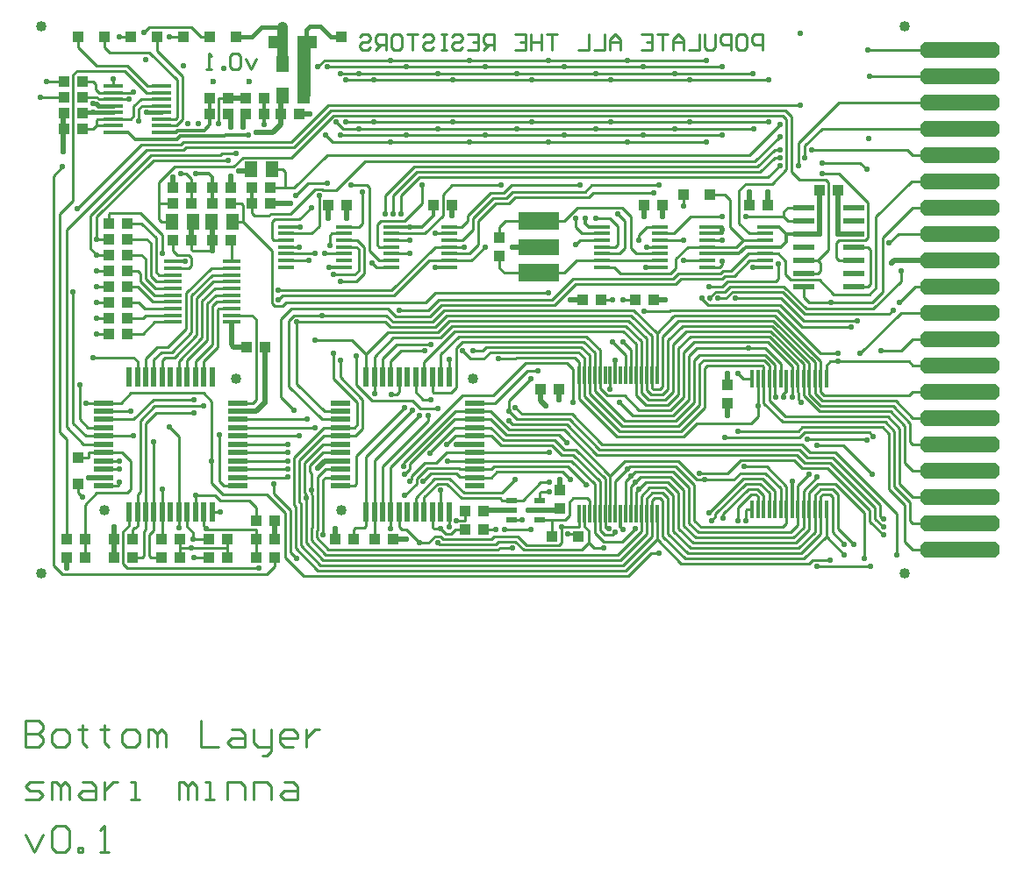
<source format=gbl>
%FSLAX25Y25*%
%MOIN*%
G70*
G01*
G75*
G04 Layer_Physical_Order=4*
G04 Layer_Color=16711680*
%ADD10R,0.08661X0.09843*%
%ADD11R,0.01969X0.07874*%
%ADD12R,0.06102X0.05118*%
%ADD13C,0.04000*%
G04:AMPARAMS|DCode=14|XSize=60mil|YSize=300mil|CornerRadius=0mil|HoleSize=0mil|Usage=FLASHONLY|Rotation=90.000|XOffset=0mil|YOffset=0mil|HoleType=Round|Shape=Octagon|*
%AMOCTAGOND14*
4,1,8,-0.15000,-0.01500,-0.15000,0.01500,-0.13500,0.03000,0.13500,0.03000,0.15000,0.01500,0.15000,-0.01500,0.13500,-0.03000,-0.13500,-0.03000,-0.15000,-0.01500,0.0*
%
%ADD14OCTAGOND14*%

%ADD15R,0.03150X0.03150*%
%ADD16R,0.03937X0.11811*%
%ADD17C,0.01000*%
%ADD18C,0.02000*%
%ADD19C,0.01200*%
%ADD20C,0.02362*%
%ADD21C,0.02200*%
%ADD22C,0.04000*%
%ADD23C,0.07543*%
%ADD24C,0.04200*%
%ADD25R,0.04000X0.04000*%
%ADD26R,0.01181X0.06693*%
%ADD27R,0.07677X0.01575*%
%ADD28R,0.04134X0.02362*%
%ADD29R,0.06693X0.01378*%
%ADD30R,0.06299X0.01378*%
%ADD31R,0.02165X0.07677*%
%ADD32R,0.07677X0.02165*%
%ADD33R,0.07874X0.02362*%
%ADD34R,0.15748X0.06693*%
%ADD35R,0.15748X0.05906*%
%ADD36R,0.07677X0.05118*%
%ADD37R,0.05118X0.05906*%
%ADD38R,0.04331X0.03937*%
%ADD39R,0.04000X0.04000*%
%ADD40R,0.03937X0.04331*%
%ADD41C,0.01500*%
%ADD42C,0.03000*%
%ADD43C,0.01400*%
D13*
X30000Y30000D02*
D03*
X80000Y80000D02*
D03*
X120000Y30000D02*
D03*
X170000Y80000D02*
D03*
X6000Y6000D02*
D03*
X334000D02*
D03*
X6000Y214000D02*
D03*
X334000D02*
D03*
D14*
X355000Y15000D02*
D03*
Y25000D02*
D03*
Y35000D02*
D03*
Y45000D02*
D03*
Y55000D02*
D03*
Y65000D02*
D03*
Y75000D02*
D03*
Y85000D02*
D03*
Y95000D02*
D03*
Y105000D02*
D03*
Y115000D02*
D03*
Y125000D02*
D03*
Y135000D02*
D03*
Y145000D02*
D03*
Y155000D02*
D03*
Y165000D02*
D03*
Y175000D02*
D03*
Y185000D02*
D03*
Y195000D02*
D03*
Y205000D02*
D03*
D17*
X142500Y142500D02*
Y149500D01*
X139500Y142500D02*
Y149500D01*
X136500Y142500D02*
Y149500D01*
X19500Y197000D02*
X37500D01*
X18000Y195500D02*
X19500Y197000D01*
X18000Y147500D02*
Y195500D01*
X37500Y197000D02*
X45750Y188750D01*
X38500Y199000D02*
X46250Y191250D01*
X27000Y199000D02*
X38500D01*
X20000Y206000D02*
X27000Y199000D01*
X57500Y179300D02*
Y193500D01*
X47000Y204000D02*
X57500Y193500D01*
X32000Y204000D02*
X47000D01*
X59500Y178500D02*
Y195000D01*
X50000Y204500D02*
X59500Y195000D01*
X50000Y204500D02*
Y210000D01*
X30000Y206000D02*
X32000Y204000D01*
X30000Y206000D02*
Y210000D01*
X20000Y206000D02*
Y210000D01*
X40746Y188750D02*
X40798Y188803D01*
X33346Y188750D02*
X40746D01*
X45000Y211500D02*
X47000Y213500D01*
X63000D01*
X66500Y210000D01*
X70000D01*
X54500D02*
X60000D01*
X33346Y186250D02*
X39250D01*
X41000Y180000D02*
Y183500D01*
X39750Y178750D02*
X41000Y180000D01*
X33346Y178750D02*
X39750D01*
X41000Y183500D02*
X43750Y186250D01*
X51653D01*
X43000Y178000D02*
Y182500D01*
X44250Y183750D01*
X51653D01*
X35500Y210000D02*
X40000D01*
X33346Y191250D02*
Y193846D01*
X45750Y188750D02*
X51653D01*
X46250Y191250D02*
X51653D01*
X57250Y176250D02*
X59500Y178500D01*
X51653Y176250D02*
X57250D01*
X56950Y178750D02*
X57500Y179300D01*
X51653Y178750D02*
X56950D01*
X10500Y157000D02*
X14000Y160500D01*
X10500Y9000D02*
Y157000D01*
X63043Y152500D02*
Y155957D01*
X61000Y158000D02*
X63043Y155957D01*
X59000Y158000D02*
X61000D01*
X63043Y146500D02*
Y152500D01*
X230000Y129500D02*
Y141500D01*
X226500Y145000D02*
X230000Y141500D01*
X209600Y145000D02*
X226500D01*
X250000Y145500D02*
Y150000D01*
X225000Y142500D02*
X227500Y140000D01*
X204443Y139843D02*
X209600Y145000D01*
X209000Y131000D02*
X210559Y132559D01*
X218976D01*
X169382Y124882D02*
X174500Y130000D01*
X161024Y124882D02*
X169382D01*
X161024Y130000D02*
X166500D01*
X27000Y36500D02*
X38500D01*
X22543Y32043D02*
X27000Y36500D01*
X22543Y19000D02*
Y32043D01*
X20000Y36500D02*
Y40000D01*
Y36500D02*
X21500Y35000D01*
X67598Y23902D02*
X69000Y22500D01*
X87457D01*
X67598Y23902D02*
Y29409D01*
X206000Y21000D02*
X210000D01*
X190300Y16700D02*
X202700D01*
X203500Y17500D01*
Y23500D01*
X220000Y20500D02*
X223000D01*
X224000Y21500D01*
X270500Y31000D02*
X275500Y36000D01*
X270500Y26000D02*
Y31000D01*
X273897Y30197D02*
X275925D01*
X273500Y29800D02*
X273897Y30197D01*
X273500Y26000D02*
Y29800D01*
X211400Y14900D02*
X214000Y17500D01*
X189100Y14900D02*
X211400D01*
X186000Y18000D02*
X189100Y14900D01*
X187000Y20000D02*
X190300Y16700D01*
X178000Y20000D02*
X187000D01*
X195315Y26260D02*
X204760D01*
X200000Y20000D02*
Y26260D01*
X182000Y22500D02*
X192000D01*
X208000Y34500D02*
X213200D01*
X206500Y33000D02*
X208000Y34500D01*
X206500Y28000D02*
Y33000D01*
X204760Y26260D02*
X206500Y28000D01*
X216000Y15500D02*
X219500D01*
X214000Y17500D02*
X216000Y15500D01*
X214000Y17500D02*
Y22000D01*
X179500Y18000D02*
X186000D01*
X212200Y23800D02*
X214000Y22000D01*
X212200Y23800D02*
Y28617D01*
X35500Y40000D02*
Y40500D01*
X34752Y39252D02*
X35500Y40000D01*
X29409Y39252D02*
X34752D01*
X24000Y51850D02*
X29409D01*
X24000Y50000D02*
Y51850D01*
X20000Y50000D02*
X24000D01*
X40000Y38000D02*
Y48500D01*
X38500Y36500D02*
X40000Y38000D01*
X36650Y51850D02*
X40000Y48500D01*
X29409Y51850D02*
X36650D01*
X186500Y88000D02*
X208500D01*
X186000Y87500D02*
X186500Y88000D01*
X179500Y87500D02*
X186000D01*
X151000Y72000D02*
X154000D01*
X148150Y74850D02*
X151000Y72000D01*
X148150Y74850D02*
Y80591D01*
X150000Y68500D02*
X156500D01*
X147000Y71500D02*
X150000Y68500D01*
X132402Y48902D02*
X149500Y66000D01*
X132402Y29409D02*
Y48902D01*
X135551Y46551D02*
X153000Y64000D01*
X135551Y29409D02*
Y46551D01*
X153000Y64000D02*
Y66000D01*
X131500Y71500D02*
X147000D01*
X44000Y169000D02*
X59000D01*
X19500Y144500D02*
X44000Y169000D01*
X46000Y167000D02*
X60000D01*
X15500Y136500D02*
X46000Y167000D01*
X15500Y61500D02*
Y136500D01*
X114000Y172500D02*
X116511Y169989D01*
X258700D01*
X24500Y129500D02*
X27000Y127000D01*
X24500Y129500D02*
Y142000D01*
X47500Y165000D01*
X74000D01*
X74500Y165500D01*
X80000D01*
X121500Y193500D02*
X132311D01*
X118000Y151500D02*
X129000Y162500D01*
X113000Y151500D02*
X118000D01*
X112500Y152000D02*
X113000Y151500D01*
X107095Y154095D02*
X114594D01*
X102500Y149500D02*
X107095Y154095D01*
X114500Y165000D02*
X275000D01*
X102000Y152500D02*
X114500Y165000D01*
X98500Y152500D02*
X102000D01*
X264595Y173000D02*
X264600D01*
X119500Y172594D02*
X264189D01*
X110000Y152000D02*
X112500D01*
X129000Y162500D02*
X277000D01*
X123500Y153500D02*
X129500D01*
X130500Y128500D02*
Y152500D01*
X129500Y153500D02*
X130500Y152500D01*
X128000Y139000D02*
Y151000D01*
X126677Y137677D02*
X128000Y139000D01*
X121024Y137677D02*
X126677D01*
X100500Y142500D02*
X110000Y152000D01*
X27000Y141500D02*
X48500Y163000D01*
X77000D01*
X27000Y133000D02*
Y141500D01*
X101000Y164000D02*
X117000Y180000D01*
X82500Y164000D02*
X101000D01*
X79000Y160500D02*
X82500Y164000D01*
X56500Y160500D02*
X79000D01*
X50500Y154500D02*
X56500Y160500D01*
X119500Y196000D02*
X126406D01*
X93000Y142500D02*
X100500D01*
X60000Y167000D02*
X61000Y168000D01*
X59000Y169000D02*
X60000Y170000D01*
X14000Y5500D02*
X91500D01*
X10500Y9000D02*
X14000Y5500D01*
X91500D02*
X94543Y8543D01*
Y12000D01*
X13000Y59500D02*
X15457Y57043D01*
Y19000D02*
Y57043D01*
X15500Y61500D02*
X22000Y55000D01*
X18000Y63000D02*
Y113000D01*
Y63000D02*
X22850Y58150D01*
X20500Y64500D02*
Y77500D01*
Y64500D02*
X23701Y61299D01*
X22000Y55000D02*
X29409D01*
X22850Y58150D02*
X29409D01*
X23701Y61299D02*
X29409D01*
X38500Y8000D02*
X88500D01*
X37000Y9500D02*
X38500Y8000D01*
X74000Y33500D02*
X85000D01*
X72000Y35500D02*
X74000Y33500D01*
X64449Y35500D02*
X72000D01*
X87457Y26000D02*
Y31043D01*
X85000Y33500D02*
X87457Y31043D01*
X87457Y19000D02*
Y22500D01*
Y12000D02*
Y19000D01*
X5500Y187000D02*
X14457D01*
X8000Y193000D02*
X14457D01*
X43500Y143000D02*
X52000Y134500D01*
X31900Y143000D02*
X43500D01*
X52000Y127500D02*
Y134500D01*
X73400Y177000D02*
Y186500D01*
X77043D01*
X101000Y170000D02*
X115000Y184000D01*
X60000Y170000D02*
X101000D01*
X102000Y168000D02*
X116000Y182000D01*
X61000Y168000D02*
X102000D01*
X93043Y152500D02*
X98500D01*
Y158500D01*
X97500Y159500D02*
X98500Y158500D01*
X93437Y159500D02*
X97500D01*
X111000Y198500D02*
X113500Y201000D01*
X26750Y176250D02*
Y178250D01*
X27250Y178750D01*
X33346D01*
X21543Y175000D02*
X25500D01*
X26750Y176250D01*
X33346D01*
X25500Y193000D02*
X26500Y192000D01*
Y190000D02*
Y192000D01*
Y190000D02*
X27750Y188750D01*
X21543Y193000D02*
X25500D01*
X27750Y188750D02*
X33346D01*
X115000Y184000D02*
X294350D01*
X116000Y182000D02*
X288500D01*
X117000Y180000D02*
X287500D01*
X120500Y175000D02*
X126406D01*
X118000Y177500D02*
X120500Y175000D01*
X22543Y12000D02*
Y19000D01*
X75248Y39252D02*
X80591D01*
X73500Y41000D02*
X75248Y39252D01*
X73500Y41000D02*
Y58500D01*
X75000Y36000D02*
X91500D01*
X70600Y40400D02*
X75000Y36000D01*
X70600Y40400D02*
Y48642D01*
X50500Y146500D02*
Y154500D01*
X288500Y182000D02*
X291000Y179500D01*
Y158500D02*
Y179500D01*
X31457Y142557D02*
X31900Y143000D01*
X31457Y139000D02*
Y142557D01*
X51500Y139500D02*
X55563D01*
X82500D02*
Y145800D01*
X81800Y146500D02*
X82500Y145800D01*
X78043Y146500D02*
X81800D01*
X93500Y108500D02*
Y128500D01*
X82500Y139500D02*
X93500Y128500D01*
X78437Y139500D02*
X82500D01*
X93500Y108500D02*
X94500Y107500D01*
X97500D01*
X99000Y109000D01*
X236000Y137677D02*
X241024D01*
X233000Y134677D02*
X236000Y137677D01*
X233000Y132500D02*
Y134677D01*
X155500Y112500D02*
X198500D01*
X152000Y109000D02*
X155500Y112500D01*
X99000Y109000D02*
X152000D01*
X139000Y113500D02*
X155500Y130000D01*
X96000Y113500D02*
X139000D01*
X86900Y142000D02*
X92500D01*
X85957Y142943D02*
X86900Y142000D01*
X85957Y142943D02*
Y146500D01*
X50500D02*
X55957D01*
X50500Y140500D02*
Y146500D01*
Y140500D02*
X51500Y139500D01*
X287500Y180000D02*
X289000Y178500D01*
Y159500D02*
Y178500D01*
X283500Y154000D02*
X289000Y159500D01*
X273500Y154000D02*
X283500D01*
X271000Y151500D02*
X273500Y154000D01*
X271000Y139000D02*
Y151500D01*
X317000Y162000D02*
X319500Y159500D01*
X302500Y162000D02*
X317000D01*
X275000Y165000D02*
X286500Y176500D01*
X271000Y139000D02*
X274882Y135118D01*
X281024D01*
X277000Y162500D02*
X286500Y172000D01*
X92500Y142000D02*
X93000Y142500D01*
X307500Y52000D02*
X331000Y28500D01*
Y13000D02*
Y28500D01*
X334000Y18000D02*
X337000Y15000D01*
X328000Y38000D02*
X334000Y32000D01*
Y18000D02*
Y32000D01*
X330000Y39000D02*
X336000Y33000D01*
Y26000D02*
Y33000D01*
Y26000D02*
X337000Y25000D01*
X328000Y38000D02*
Y59000D01*
X330000Y39000D02*
Y60000D01*
X332000Y40000D02*
Y61000D01*
Y40000D02*
X337000Y35000D01*
X325500Y61500D02*
X328000Y59000D01*
X295000Y61500D02*
X325500D01*
X326500Y63500D02*
X330000Y60000D01*
X287500Y63500D02*
X326500D01*
X327500Y65500D02*
X332000Y61000D01*
X288500Y65500D02*
X327500D01*
X328500Y67500D02*
X334000Y62000D01*
Y48000D02*
Y62000D01*
Y48000D02*
X337000Y45000D01*
X301500Y67500D02*
X328500D01*
X329500Y69500D02*
X336000Y63000D01*
Y56000D02*
Y63000D01*
Y56000D02*
X337000Y55000D01*
X302000Y69500D02*
X329500D01*
X337000Y65000D02*
X350000D01*
X330500Y71500D02*
X337000Y65000D01*
X302500Y71500D02*
X330500D01*
X337000Y75000D02*
X350000D01*
X335500Y73500D02*
X337000Y75000D01*
X303300Y73500D02*
X335500D01*
X337000Y165000D02*
X350000D01*
X335000Y167000D02*
X337000Y165000D01*
X298500Y167000D02*
X335000D01*
X337000Y145000D02*
X350000D01*
X325500Y133500D02*
X337000Y145000D01*
X325500Y113000D02*
Y133500D01*
X338000Y115000D02*
X350000D01*
X332000Y109000D02*
X338000Y115000D01*
X337000Y95000D02*
X350000D01*
X332500Y90500D02*
X337000Y95000D01*
X325000Y90500D02*
X332500D01*
X337000Y85000D02*
X350000D01*
X335500Y86500D02*
X337000Y85000D01*
X308500Y86500D02*
X335500D01*
X337000Y55000D02*
X350000D01*
X337000Y45000D02*
X350000D01*
X337000Y35000D02*
X350000D01*
X337000Y25000D02*
X350000D01*
X337000Y15000D02*
X350000D01*
X63500Y128500D02*
X71000D01*
X63043Y128957D02*
X63500Y128500D01*
X63043Y128957D02*
Y132500D01*
X62000Y127000D02*
X63001Y125999D01*
X61957Y121957D02*
X63001Y123001D01*
Y125999D01*
X57500Y127000D02*
X62000D01*
X55780Y121957D02*
X61957D01*
X43500Y117000D02*
Y120000D01*
Y117000D02*
X48780Y111720D01*
X42500Y121000D02*
X43500Y120000D01*
X45500Y118000D02*
Y125500D01*
Y118000D02*
X49220Y114280D01*
X44000Y127000D02*
X45500Y125500D01*
X47500Y119000D02*
Y131500D01*
Y119000D02*
X49661Y116839D01*
X46000Y133000D02*
X47500Y131500D01*
X38543Y121000D02*
X42500D01*
X78220Y124516D02*
Y132323D01*
X55957Y128543D02*
X57500Y127000D01*
X55957Y128543D02*
Y132500D01*
X61000Y112500D02*
X70457Y121957D01*
X61000Y99000D02*
Y112500D01*
X54000Y92000D02*
X61000Y99000D01*
X63000Y111500D02*
X70898Y119398D01*
X63000Y97500D02*
Y111500D01*
X55500Y90000D02*
X63000Y97500D01*
X65000Y110500D02*
X71339Y116839D01*
X65000Y96500D02*
Y110500D01*
X56500Y88000D02*
X65000Y96500D01*
X67000Y109500D02*
X71780Y114280D01*
X67000Y95500D02*
Y109500D01*
X58150Y86650D02*
X67000Y95500D01*
X69000Y108500D02*
X72220Y111720D01*
X69000Y94500D02*
Y108500D01*
X61299Y86799D02*
X69000Y94500D01*
X71000Y107500D02*
X72661Y109161D01*
X71000Y93000D02*
Y107500D01*
X64449Y86449D02*
X71000Y93000D01*
X73000Y106300D02*
X73302Y106602D01*
X73000Y92000D02*
Y106300D01*
X67598Y86598D02*
X73000Y92000D01*
X73302Y106602D02*
X78220D01*
X93500Y139500D02*
X94500Y140500D01*
X104000D02*
X108500Y145000D01*
X94500Y140500D02*
X104000D01*
X97000Y73000D02*
Y102500D01*
Y73000D02*
X102000Y68000D01*
X80591Y61299D02*
X110000D01*
X80591Y64449D02*
X107000D01*
X97000Y102500D02*
X101000Y106500D01*
X112551Y64449D02*
X119409D01*
X100000Y77000D02*
X112551Y64449D01*
X100000Y77000D02*
Y102000D01*
X113402Y67598D02*
X119409D01*
X103000Y78000D02*
X113402Y67598D01*
X103000Y78000D02*
Y101500D01*
X100000Y102000D02*
X102000Y104000D01*
X271500Y49000D02*
X292000D01*
X266500Y44000D02*
X271500Y49000D01*
X256000Y44000D02*
X266500D01*
X272697Y79803D02*
X275925D01*
X270500Y82000D02*
X272697Y79803D01*
X278091Y65591D02*
Y69500D01*
X275500Y63000D02*
X278091Y65591D01*
X255000Y63000D02*
X275500D01*
X250000Y58000D02*
X255000Y63000D01*
X140000Y111500D02*
X153382Y124882D01*
X97500Y111500D02*
X140000D01*
X96000Y110000D02*
X97500Y111500D01*
X101000Y106500D02*
X137500D01*
X102000Y104000D02*
X112500D01*
X70457Y121957D02*
X78220D01*
X70898Y119398D02*
X78220D01*
X71339Y116839D02*
X78220D01*
X71780Y114280D02*
X78220D01*
X72220Y111720D02*
X78220D01*
X72661Y109161D02*
X78220D01*
X111500Y138000D02*
Y149500D01*
X108618Y135118D02*
X111500Y138000D01*
X98976Y135118D02*
X108618D01*
X252311Y177500D02*
X282311D01*
X222311D02*
X252311D01*
X192311D02*
X222311D01*
X162311D02*
X192311D01*
X132311D02*
X162311D01*
X121500D02*
X132311D01*
X246406Y175000D02*
X276406D01*
X216406D02*
X246406D01*
X186406D02*
X216406D01*
X156405D02*
X186406D01*
X126406D02*
X156405D01*
X252311Y193500D02*
X282300D01*
X222311D02*
X252311D01*
X192311D02*
X222311D01*
X162311D02*
X192311D01*
X132311D02*
X162311D01*
X246406Y196000D02*
X276401D01*
X216406D02*
X246406D01*
X186406D02*
X216406D01*
X156405D02*
X186406D01*
X126406D02*
X156405D01*
X234594Y198500D02*
X264595D01*
X204594D02*
X234594D01*
X174594D02*
X204594D01*
X144595D02*
X174594D01*
X114594D02*
X144595D01*
X228689Y201000D02*
X258689D01*
X198689D02*
X228689D01*
X168689D02*
X198689D01*
X138689D02*
X168689D01*
X113500D02*
X138689D01*
X23000Y70748D02*
X29409D01*
X93500Y133300D02*
Y139500D01*
X80591Y42402D02*
X99500D01*
X213250Y39750D02*
X213500Y39500D01*
X302500Y158000D02*
X309000D01*
X320000Y147000D01*
Y133500D02*
Y147000D01*
X304000Y155500D02*
X305000Y154500D01*
X294000Y155500D02*
X304000D01*
X291000Y158500D02*
X294000Y155500D01*
X249941Y132559D02*
X250000Y132500D01*
X241024Y132559D02*
X249941D01*
X251500Y130000D02*
X258976D01*
X247000Y125500D02*
X251500Y130000D01*
X247000Y122000D02*
Y125500D01*
X309000Y185000D02*
X350000D01*
X293500Y169500D02*
X309000Y185000D01*
X293500Y161000D02*
Y169500D01*
X302500Y175000D02*
X350000D01*
X296000Y168500D02*
X302500Y175000D01*
X296000Y164000D02*
Y168500D01*
X305000Y129000D02*
Y154500D01*
X282000Y156500D02*
X286500Y161000D01*
X149500Y156500D02*
X282000D01*
X279000Y158500D02*
X284500Y164000D01*
X148500Y158500D02*
X279000D01*
X284500Y164000D02*
X286500D01*
X278000Y160500D02*
X284500Y167000D01*
X147500Y160500D02*
X278000D01*
X284500Y167000D02*
X286500D01*
X319000Y132500D02*
X320000Y133500D01*
X309000Y132500D02*
X319000D01*
X308000Y131500D02*
X309000Y132500D01*
X308000Y126000D02*
Y131500D01*
Y126000D02*
X309000Y125000D01*
X314449D01*
X181000Y36500D02*
X186000Y41500D01*
X166500Y36500D02*
X181000D01*
X149500Y17500D02*
X153000D01*
X144500Y22500D02*
X149500Y17500D01*
X143000Y22500D02*
X144500D01*
X153000Y17500D02*
X155500Y20000D01*
X108000Y47000D02*
X112850Y51850D01*
X106000Y36500D02*
Y48000D01*
X113000Y55000D01*
X224500Y58000D02*
X250000D01*
X301909Y74891D02*
X303300Y73500D01*
X299744Y74256D02*
X302500Y71500D01*
X297579Y73921D02*
X302000Y69500D01*
X295413Y73587D02*
X301500Y67500D01*
X282421Y71579D02*
X288500Y65500D01*
X280256Y70744D02*
X287500Y63500D01*
X293500Y60000D02*
X295000Y61500D01*
X320500Y59500D02*
X322000Y58000D01*
X296000Y59500D02*
X320500D01*
X294000Y57500D02*
X296000Y59500D01*
X320500Y112000D02*
X323000Y114500D01*
X307000Y112000D02*
X320500D01*
X301500Y117500D02*
X307000Y112000D01*
X321500Y109000D02*
X325500Y113000D01*
X306000Y109000D02*
X321500D01*
X331500Y135000D02*
X350000D01*
X328000Y131500D02*
X331500Y135000D01*
X332500Y117000D02*
Y121000D01*
X322000Y106500D02*
X332500Y117000D01*
X296500Y106500D02*
X322000D01*
X328000Y104500D02*
X329500Y106000D01*
X296000Y104500D02*
X328000D01*
X332500Y105000D02*
X350000D01*
X317000Y89500D02*
X332500Y105000D01*
X297500Y109000D02*
X306000D01*
X295551Y110949D02*
X297500Y109000D01*
X295551Y110949D02*
Y115000D01*
X288000D02*
X296500Y106500D01*
X287500Y113000D02*
X296000Y104500D01*
X295500Y102000D02*
X316000D01*
X287000Y110500D02*
X295500Y102000D01*
X295000Y99500D02*
X313500D01*
X286500Y108000D02*
X295000Y99500D01*
X246118Y135118D02*
X252500Y141500D01*
X264500D01*
X273500D02*
X288000D01*
Y143500D02*
X289500Y145000D01*
X288000Y141500D02*
Y143500D01*
Y141500D02*
X289500Y140000D01*
Y145000D02*
X295551D01*
X289500Y140000D02*
X295551D01*
X301000Y125000D02*
X305000Y129000D01*
X162000Y153500D02*
X180500D01*
X158500Y150000D02*
X162000Y153500D01*
X158500Y142000D02*
Y150000D01*
X151618Y135118D02*
X158500Y142000D01*
X155618Y135118D02*
X161024D01*
X138976D02*
X151618D01*
X153382Y124882D02*
X161024D01*
X155500Y130000D02*
X161024D01*
X138976Y132559D02*
X146000D01*
X138976Y127441D02*
X146000D01*
X130500Y128500D02*
X134118Y124882D01*
X126500Y121000D02*
Y129200D01*
X125700Y130000D02*
X126500Y129200D01*
X121024Y130000D02*
X125700D01*
X128500Y120000D02*
Y130000D01*
X125941Y132559D02*
X128500Y130000D01*
X121024Y132559D02*
X125941D01*
X125500Y117000D02*
X128500Y120000D01*
X125000Y119500D02*
X126500Y121000D01*
X116318Y135118D02*
X121024D01*
X115500Y134300D02*
X116318Y135118D01*
X115500Y130500D02*
Y134300D01*
X112500Y104000D02*
X137000D01*
X98976Y127441D02*
X110000D01*
X98976Y124882D02*
X107500D01*
X103000Y101500D02*
X136500D01*
X138500Y99500D02*
X155500D01*
X136500Y101500D02*
X138500Y99500D01*
X139500Y101500D02*
X154500D01*
X137000Y104000D02*
X139500Y101500D01*
X85957Y104043D02*
X87500Y102500D01*
Y72000D02*
Y102500D01*
X86248Y70748D02*
X87500Y72000D01*
X80591Y70748D02*
X86248D01*
X137500Y106500D02*
X140500Y103500D01*
X153500D01*
X320000Y205000D02*
X350000D01*
X208000Y118000D02*
X246000D01*
X200000Y110000D02*
X208000Y118000D01*
X157000Y110000D02*
X200000D01*
X209000Y116000D02*
X247000D01*
X201000Y108000D02*
X209000Y116000D01*
X158000Y108000D02*
X201000D01*
X209000Y137500D02*
X211382Y135118D01*
X209000Y137500D02*
Y141000D01*
X209182Y124882D02*
X218976D01*
X204457Y120157D02*
X209182Y124882D01*
X195000Y120157D02*
X204457D01*
X195000Y139843D02*
X204443D01*
X302000Y121000D02*
Y124000D01*
X288500Y119500D02*
Y124700D01*
X285759Y127441D02*
X288500Y124700D01*
X281024Y127441D02*
X285759D01*
X288500Y119500D02*
X290500Y117500D01*
X286000Y118000D02*
Y123500D01*
X285000Y117000D02*
X286000Y118000D01*
X320500Y195000D02*
X350000D01*
X150500Y146500D02*
Y153500D01*
X144000Y140000D02*
X150500Y146500D01*
X135000Y140000D02*
X144000D01*
X244500Y105500D02*
X245000Y106000D01*
X285500D01*
X235000Y105500D02*
X244500D01*
X114051Y45551D02*
X119409D01*
X112850Y51850D02*
X119409D01*
X113000Y55000D02*
X119409D01*
X113150Y58150D02*
X119409D01*
X104000Y49000D02*
X113150Y58150D01*
X102000Y50000D02*
X113299Y61299D01*
X119409D01*
X226000Y120000D02*
X245000D01*
X223677Y122323D02*
X226000Y120000D01*
X218976Y122323D02*
X223677D01*
X48701Y29409D02*
Y56000D01*
X70748Y29409D02*
X74000D01*
X141850Y23650D02*
X143000Y22500D01*
X141850Y23650D02*
Y29409D01*
X155500Y20000D02*
X157500D01*
X158500Y19000D02*
X177000D01*
X157500Y20000D02*
X158500Y19000D01*
X113000Y41500D02*
X113902Y42402D01*
X119409D01*
X161500Y74500D02*
X163500Y76500D01*
X155000Y74500D02*
X161500D01*
X154449Y75051D02*
X155000Y74500D01*
X138701Y29409D02*
Y46201D01*
X129252Y50252D02*
X147000Y68000D01*
X129252Y29409D02*
Y50252D01*
X125500Y50500D02*
X144000Y69000D01*
X125500Y40000D02*
Y50500D01*
X80591Y58150D02*
X104000D01*
X76543Y15500D02*
Y19000D01*
Y12000D02*
Y15500D01*
X63000D02*
X76543D01*
X58543D02*
Y19000D01*
Y15500D02*
X63000D01*
X58543Y12000D02*
Y15500D01*
X41300Y23300D02*
X41700D01*
X40543Y22543D02*
X41300Y23300D01*
X40543Y19000D02*
Y22543D01*
X39252Y24052D02*
Y29409D01*
X37000Y21800D02*
X39252Y24052D01*
X37000Y9500D02*
Y21800D01*
X278091Y69500D02*
Y79803D01*
X280256Y70744D02*
Y79803D01*
X282421Y71579D02*
Y79803D01*
X293500Y72000D02*
X294500Y71000D01*
X293500Y72000D02*
Y74500D01*
X293248Y74752D02*
X293500Y74500D01*
X293248Y74752D02*
Y79803D01*
X284587Y73413D02*
X285000Y73000D01*
X284587Y73413D02*
Y79803D01*
X295413Y73587D02*
Y79803D01*
X297579Y73921D02*
Y79803D01*
X299744Y74256D02*
Y79803D01*
X301909Y74891D02*
Y79803D01*
X225500Y71000D02*
X230500Y66000D01*
X246000D01*
X227500Y73500D02*
X233000Y68000D01*
X221000Y73500D02*
X227500D01*
X218110Y76390D02*
X221000Y73500D01*
X205500Y86000D02*
X208000Y83500D01*
Y71000D02*
Y83500D01*
X210236Y72264D02*
X224500Y58000D01*
X210236Y72264D02*
Y81378D01*
X225500Y60000D02*
X249000D01*
X212205Y73295D02*
X225500Y60000D01*
X212205Y73295D02*
Y81378D01*
X226500Y62000D02*
X248000D01*
X214173Y74327D02*
X226500Y62000D01*
X214173Y74327D02*
Y81378D01*
X227500Y64000D02*
X247000D01*
X216142Y75358D02*
X227500Y64000D01*
X216142Y75358D02*
Y81378D01*
X218110Y76390D02*
Y81378D01*
X219000Y55000D02*
X295000D01*
X207500Y66500D02*
X219000Y55000D01*
X188500Y66500D02*
X207500D01*
X186000Y69000D02*
X188500Y66500D01*
X206500Y64500D02*
X218000Y53000D01*
X186500Y64500D02*
X206500D01*
X183500Y67500D02*
X186500Y64500D01*
X205500Y62500D02*
X217000Y51000D01*
X293000D01*
X271500Y44000D02*
X281000D01*
X269000Y41500D02*
X271500Y44000D01*
X258000Y41500D02*
X269000D01*
X185000Y62500D02*
X205500D01*
X183500Y64000D02*
X185000Y62500D01*
X160000Y55000D02*
X163150Y58150D01*
X153500Y52000D02*
X162799Y61299D01*
X146000Y47500D02*
X162949Y64449D01*
X153500Y51500D02*
Y52000D01*
X162799Y61299D02*
X170591D01*
X146000Y45500D02*
Y47500D01*
X162949Y64449D02*
X170591D01*
X163150Y58150D02*
X170591D01*
X156000Y48000D02*
X160000Y52000D01*
X151500Y48000D02*
X156000D01*
X146500Y43000D02*
X151500Y48000D01*
X144000Y43500D02*
X146000Y45500D01*
X143500Y48000D02*
X163098Y67598D01*
X143500Y46500D02*
Y48000D01*
X310500Y54500D02*
X321500Y43500D01*
X300500Y54500D02*
X310500D01*
X293248Y39248D02*
X297500Y43500D01*
X293248Y30197D02*
Y39248D01*
X295413Y37413D02*
X300500Y42500D01*
X295413Y30197D02*
Y37413D01*
X290500Y117500D02*
X301500D01*
X304075Y85075D02*
X305500Y86500D01*
X304075Y79803D02*
Y85075D01*
X320500Y25747D02*
X325747Y20500D01*
X326000D01*
X322500Y26747D02*
X325747Y23500D01*
X326000D01*
X241024Y135118D02*
X246118D01*
X321000Y116000D02*
Y129000D01*
X142000Y106000D02*
X153000D01*
X157000Y110000D01*
X128500Y23300D02*
X129252Y24052D01*
X125300Y23300D02*
X128500D01*
X124543Y22543D02*
X125300Y23300D01*
X129252Y24052D02*
Y29409D01*
X124543Y19000D02*
Y22543D01*
X136500Y149500D02*
X147500Y160500D01*
X139500Y149500D02*
X148500Y158500D01*
X142500Y149500D02*
X149500Y156500D01*
X176500Y150500D02*
X181500D01*
X168000Y142000D02*
X176500Y150500D01*
X168000Y140000D02*
Y142000D01*
X177500Y148500D02*
X182500D01*
X170000Y141000D02*
X177500Y148500D01*
X170000Y136500D02*
Y141000D01*
X178500Y146500D02*
X183500D01*
X172000Y140000D02*
X178500Y146500D01*
X172000Y131000D02*
Y140000D01*
X128000Y61000D02*
Y72000D01*
X125150Y58150D02*
X128000Y61000D01*
X119409Y58150D02*
X125150D01*
X124752Y39252D02*
X125500Y40000D01*
X119409Y39252D02*
X124752D01*
X125500Y77500D02*
X131500Y71500D01*
X125500Y77500D02*
Y88500D01*
X132402Y74098D02*
Y80591D01*
X163500Y76500D02*
Y91500D01*
X163098Y67598D02*
X170591D01*
X141000Y74000D02*
X141850Y74850D01*
X139000Y74000D02*
X141000D01*
X141850Y74850D02*
Y80591D01*
X119500Y117000D02*
X125500D01*
X224000Y130000D02*
X225000Y131000D01*
X218976Y130000D02*
X224000D01*
X175000Y92000D02*
X211000D01*
X173500Y90500D02*
X175000Y92000D01*
X170000Y90500D02*
X173500D01*
X176500Y90000D02*
X210000D01*
X174000Y87500D02*
X176500Y90000D01*
X169000Y87500D02*
X174000D01*
X208500Y88000D02*
X210236Y86264D01*
X210000Y90000D02*
X212205Y87795D01*
X211000Y92000D02*
X214173Y88827D01*
X212000Y94000D02*
X216142Y89858D01*
X166000Y94000D02*
X212000D01*
X163500Y91500D02*
X166000Y94000D01*
X213000Y96000D02*
X218110Y90890D01*
X164500Y96000D02*
X213000D01*
X157600Y89100D02*
X164500Y96000D01*
X227000Y98000D02*
X231890Y93110D01*
X163000Y98000D02*
X227000D01*
X151299Y86299D02*
X163000Y98000D01*
X228000Y100000D02*
X233858Y94142D01*
X229000Y102000D02*
X235827Y95173D01*
X230000Y104000D02*
X237795Y96205D01*
X231000Y106000D02*
X239764Y97236D01*
X157600Y80592D02*
Y89100D01*
X151299Y80591D02*
Y86299D01*
X180500Y54500D02*
X200000D01*
X176850Y58150D02*
X180500Y54500D01*
X170591Y58150D02*
X176850D01*
X181500Y56500D02*
X201000D01*
X176701Y61299D02*
X181500Y56500D01*
X170591Y61299D02*
X176701D01*
X182500Y58500D02*
X202500D01*
X176551Y64449D02*
X182500Y58500D01*
X170591Y64449D02*
X176551D01*
X183500Y60500D02*
X204594D01*
X176402Y67598D02*
X183500Y60500D01*
X170591Y67598D02*
X176402D01*
X202500Y58500D02*
X205500Y55500D01*
X204500Y53000D02*
X209000D01*
X201000Y56500D02*
X204500Y53000D01*
X203500Y51000D02*
X208000D01*
X200000Y54500D02*
X203500Y51000D01*
X209000Y53000D02*
X220079Y41921D01*
Y28622D02*
Y41921D01*
X218110Y28622D02*
Y40890D01*
X208000Y51000D02*
X218110Y40890D01*
X216142Y28622D02*
Y39858D01*
X170591Y48701D02*
X207299D01*
X157500Y23000D02*
X159500Y21000D01*
X155000Y23000D02*
X157500D01*
X154449Y23551D02*
X155000Y23000D01*
X233000Y68000D02*
X245000D01*
X258000Y69000D02*
Y84000D01*
X256000Y70000D02*
Y85500D01*
X254000Y71000D02*
Y87000D01*
X252000Y72000D02*
Y88500D01*
X250000Y73000D02*
Y90000D01*
X248000Y74000D02*
Y91500D01*
X246000Y75000D02*
Y93000D01*
X244000Y76000D02*
Y94500D01*
X222047Y76047D02*
Y81378D01*
X246000Y66000D02*
X252000Y72000D01*
X247000Y64000D02*
X254000Y71000D01*
X248000Y62000D02*
X256000Y70000D01*
X249000Y60000D02*
X258000Y69000D01*
X216142Y21358D02*
Y28622D01*
X218110Y22390D02*
X220000Y20500D01*
X218110Y22390D02*
Y28622D01*
X170591Y51850D02*
X199000D01*
X244000Y40500D02*
X248000Y36500D01*
X254000Y26000D02*
Y39500D01*
X252000Y25000D02*
Y38500D01*
X250000Y24000D02*
Y37500D01*
X248000Y23000D02*
Y36500D01*
X243000Y38500D02*
X246000Y35500D01*
Y22000D02*
Y35500D01*
Y22000D02*
X252500Y15500D01*
X248000Y23000D02*
X253500Y17500D01*
X244000Y21000D02*
Y34500D01*
X242000Y36500D02*
X244000Y34500D01*
X238800D02*
X241000D01*
X237795Y33495D02*
X238800Y34500D01*
X237795Y28622D02*
Y33495D01*
X241000Y34500D02*
X242000Y33500D01*
Y20000D02*
Y33500D01*
X280256Y30197D02*
Y35744D01*
X245000Y68000D02*
X250000Y73000D01*
X235500Y70000D02*
X244000D01*
X231890Y73610D02*
X235500Y70000D01*
X231890Y73610D02*
Y81378D01*
X244000Y70000D02*
X248000Y74000D01*
X236500Y72000D02*
X243000D01*
X233858Y74642D02*
X236500Y72000D01*
X233858Y74642D02*
Y81378D01*
X243000Y72000D02*
X246000Y75000D01*
X242000Y74000D02*
X244000Y76000D01*
X237500Y74000D02*
X242000D01*
X235827Y75673D02*
X237500Y74000D01*
X235827Y75673D02*
Y81378D01*
X242000Y77000D02*
Y96000D01*
X241000Y76000D02*
X242000Y77000D01*
X238300Y76000D02*
X241000D01*
X237795Y76505D02*
X238300Y76000D01*
X237795Y76505D02*
Y81378D01*
X133177Y122323D02*
X138976D01*
X131500Y124000D02*
X133177Y122323D01*
X134118Y124882D02*
X138976D01*
X119500Y80500D02*
Y87000D01*
X117000Y119500D02*
X125000D01*
X119500Y80500D02*
X128000Y72000D01*
X117000Y80000D02*
Y89500D01*
Y80000D02*
X126000Y71000D01*
Y62500D02*
Y71000D01*
X124799Y61299D02*
X126000Y62500D01*
X119409Y61299D02*
X124799D01*
X160748Y80591D02*
Y87252D01*
X154449Y75051D02*
Y80591D01*
X133500Y138500D02*
X135000Y140000D01*
X133500Y130800D02*
Y138500D01*
X134300Y130000D02*
X138976D01*
X133500Y130800D02*
X134300Y130000D01*
X168441Y127441D02*
X172000Y131000D01*
X166059Y132559D02*
X170000Y136500D01*
X161024Y132559D02*
X166059D01*
X165677Y137677D02*
X168000Y140000D01*
X161024Y137677D02*
X165677D01*
X29409Y45551D02*
X35500D01*
X29409Y48701D02*
X35500D01*
X29409Y58150D02*
X40850D01*
X138701Y23000D02*
Y29409D01*
X258976Y132559D02*
X259035D01*
X250000Y124882D02*
X258976D01*
X218976Y127441D02*
X225441D01*
X245000Y120000D02*
X247000Y122000D01*
X320000Y130000D02*
X321000Y129000D01*
X179500Y15000D02*
X180000Y15500D01*
X178500Y17000D02*
X179500Y18000D01*
X177000Y19000D02*
X178000Y20000D01*
X225000Y13000D02*
X233858Y21858D01*
X226000Y11000D02*
X235827Y20827D01*
X227000Y9000D02*
X237795Y19795D01*
X228000Y7000D02*
X239764Y18764D01*
X159500Y21000D02*
X161700D01*
X161024Y127441D02*
X168441D01*
X70600Y48642D02*
Y71400D01*
X67500Y74500D02*
X70600Y71400D01*
X163200Y22500D02*
X166957D01*
X161700Y21000D02*
X163200Y22500D01*
X174043D02*
X178500D01*
X42402Y80591D02*
Y86598D01*
X41000Y88000D02*
X42402Y86598D01*
X25500Y88000D02*
X41000D01*
X132402Y19055D02*
Y29409D01*
X54500Y61500D02*
X58150Y57850D01*
X64000Y12000D02*
X69457D01*
X61299Y23701D02*
Y29409D01*
X42402Y24002D02*
Y29409D01*
X41700Y23300D02*
X42402Y24002D01*
X45000Y12700D02*
Y22000D01*
X44300Y12000D02*
X45000Y12700D01*
X40543Y12000D02*
X44300D01*
X45000Y22000D02*
X45551Y22551D01*
X47000Y20500D02*
X48701Y22201D01*
X47000Y12700D02*
Y20500D01*
Y12700D02*
X47700Y12000D01*
X50457D01*
X48701Y22201D02*
Y29409D01*
X51850Y19394D02*
Y29409D01*
X45551Y22551D02*
Y29409D01*
X29508Y67500D02*
X40000D01*
X180000Y122000D02*
X181843Y120157D01*
X180000Y122000D02*
Y126457D01*
X181843Y120157D02*
X195000D01*
X223000Y94000D02*
X227953Y89047D01*
Y81378D02*
Y89047D01*
X229921Y81378D02*
Y91079D01*
X45551Y80591D02*
Y87551D01*
X50000Y92000D01*
X54000D01*
X48701Y80591D02*
Y87201D01*
X51500Y90000D01*
X55500D01*
X51850Y80591D02*
Y86850D01*
X53000Y88000D01*
X56500D01*
X58150Y80591D02*
Y86650D01*
X61299Y80591D02*
Y86799D01*
X64449Y80591D02*
Y86449D01*
X67598Y80591D02*
Y86598D01*
X27000Y133000D02*
X31457D01*
X27000Y115000D02*
X31457D01*
X27000Y109000D02*
X31457D01*
X27000Y127000D02*
X31457D01*
X27000Y121000D02*
X31457D01*
X27000Y103000D02*
X31457D01*
X80591Y45551D02*
X99500D01*
X80591Y48701D02*
X99500D01*
X80591Y51850D02*
X99500D01*
X80591Y55000D02*
X99500D01*
X160299Y48701D02*
X170591D01*
X254000Y26000D02*
X256500Y23500D01*
X252000Y25000D02*
X255500Y21500D01*
X250000Y24000D02*
X254500Y19500D01*
X244000Y21000D02*
X251500Y13500D01*
X242000Y20000D02*
X250500Y11500D01*
X220079Y23421D02*
Y28622D01*
X231890Y81378D02*
Y93110D01*
X233858Y81378D02*
Y94142D01*
X235827Y81378D02*
Y95173D01*
X237795Y81378D02*
Y96205D01*
X239764Y81378D02*
Y97236D01*
X216142Y81378D02*
Y89858D01*
X214173Y81378D02*
Y88827D01*
X212205Y81378D02*
Y87795D01*
X218110Y81378D02*
Y90890D01*
X210236Y81378D02*
Y86264D01*
X233858Y21858D02*
Y28622D01*
X235827Y20827D02*
Y28622D01*
X237795Y19795D02*
Y28622D01*
X239764Y18764D02*
Y28622D01*
X38543Y103000D02*
X44500D01*
X45543Y104043D01*
X55780D01*
X44500Y97000D02*
X48984Y101484D01*
X55780D01*
X38543Y109000D02*
X43000D01*
X45398Y106602D01*
X55780D01*
X38543Y115000D02*
X42500D01*
X48339Y109161D01*
X55780D01*
X48780Y111720D02*
X55780D01*
X49220Y114280D02*
X55780D01*
X49661Y116839D02*
X55780D01*
X49500Y120500D02*
X50602Y119398D01*
X55780D01*
X38543Y133000D02*
X46000D01*
X38543Y127000D02*
X44000D01*
X38543Y97000D02*
X44500D01*
X78220Y104043D02*
X85957D01*
X218976Y124882D02*
X241024D01*
X320000Y115000D02*
X321000Y116000D01*
X29409Y70748D02*
X36248D01*
X40000Y74500D01*
X67500D01*
X29461Y64500D02*
X41000D01*
X48500Y72000D01*
X64000D01*
X49000Y69500D02*
X67500D01*
X45551Y29409D02*
Y63051D01*
X49500Y67000D01*
X64000D01*
X42500Y29508D02*
Y36000D01*
X43500Y37000D01*
Y64000D02*
X49000Y69500D01*
X43500Y37000D02*
Y64000D01*
X58150Y29409D02*
Y57850D01*
X63500Y19000D02*
X69457D01*
X63500D02*
Y21500D01*
X61299Y23701D02*
X63500Y21500D01*
X58150Y23150D02*
Y29409D01*
X27000Y97000D02*
X31457D01*
X51850Y29409D02*
Y38000D01*
X64449Y29409D02*
Y35500D01*
X38543Y139000D02*
X44000D01*
X49500Y133500D01*
Y120500D02*
Y133500D01*
X184500Y153500D02*
X210500D01*
X181500Y150500D02*
X184500Y153500D01*
X215000D02*
X240500D01*
X215500Y150500D02*
X238500D01*
X212500Y151000D02*
X215000Y153500D01*
X185000Y151000D02*
X212500D01*
X182500Y148500D02*
X185000Y151000D01*
X214000Y149000D02*
X215500Y150500D01*
X183500Y146500D02*
X186000Y149000D01*
X214000D01*
X211382Y135118D02*
X218976D01*
X93500Y133300D02*
X94241Y132559D01*
X98976D01*
X239764Y18764D02*
X249028Y9500D01*
X98976Y130000D02*
X104000D01*
X113500Y127441D02*
X121024D01*
X166000Y90500D02*
X169000Y87500D01*
X157000Y17000D02*
X178500D01*
X156500Y17500D02*
X157000Y17000D01*
X154449Y23551D02*
Y29409D01*
X299744Y30197D02*
Y35744D01*
X302000Y38000D01*
X297579Y30197D02*
Y36579D01*
X301000Y40000D01*
X180000Y133543D02*
Y137500D01*
X182343Y139843D01*
X195000D01*
X157500Y95500D02*
X162000Y100000D01*
X228000D01*
X156500Y97500D02*
X161000Y102000D01*
X229000D01*
X129252Y80591D02*
Y89248D01*
X137504Y97500D01*
X156500D01*
X132402Y80591D02*
Y88402D01*
X139500Y95500D01*
X157500D01*
X135551Y80591D02*
Y87551D01*
X141000Y93000D01*
X154000D01*
X138701Y80591D02*
Y86701D01*
X142500Y90500D01*
X151500D01*
X155500Y99500D02*
X160000Y104000D01*
X230000D01*
X154500Y101500D02*
X159000Y106000D01*
X231000D01*
X153500Y103500D02*
X158000Y108000D01*
X110000Y94500D02*
X124000D01*
X129252Y89248D01*
X160000Y52000D02*
X170441D01*
X314449Y130000D02*
X320000D01*
X314449Y115000D02*
X320000D01*
X295551Y125000D02*
X301000D01*
X295551Y120000D02*
X301000D01*
X301909Y30197D02*
Y35109D01*
X302800Y36000D01*
X305500D01*
X306500Y35000D01*
X302000Y38000D02*
X306500D01*
X308500Y36000D01*
X301000Y40000D02*
X307500D01*
X318500Y29000D01*
X304500Y46000D02*
X320500Y30000D01*
Y25747D02*
Y30000D01*
X305500Y48000D02*
X322500Y31000D01*
Y26747D02*
Y31000D01*
X306500Y50000D02*
X324500Y32000D01*
Y27500D02*
Y32000D01*
Y27500D02*
X325500Y26500D01*
X326000D01*
X318500Y11500D02*
Y29000D01*
X300500Y8500D02*
X321000D01*
X308500Y23000D02*
Y36000D01*
Y23000D02*
X314500Y17000D01*
X306500Y21500D02*
Y35000D01*
Y21500D02*
X311000Y17000D01*
X249028Y9500D02*
X297500D01*
X299000Y11000D01*
X305500D01*
X304075Y19925D02*
Y30197D01*
Y19925D02*
X311000Y13000D01*
X295650Y11500D02*
X304075Y19925D01*
X250500Y11500D02*
X295650D01*
X251500Y13500D02*
X294500D01*
X301909Y20909D01*
Y30197D01*
X252500Y15500D02*
X293500D01*
X299744Y21744D01*
Y30197D01*
X253500Y17500D02*
X292500D01*
X297579Y22579D01*
Y30197D01*
X254500Y19500D02*
X291500D01*
X295413Y23413D01*
Y30197D01*
X255500Y21500D02*
X290500D01*
X293248Y24248D01*
Y30197D01*
X236000Y130000D02*
X241024D01*
X225441Y127441D02*
X227500Y129500D01*
Y140000D01*
X216500Y141000D02*
X222000D01*
X225000Y138000D01*
Y131000D02*
Y138000D01*
X230000Y129500D02*
X232059Y127441D01*
X241024D01*
X252000Y88500D02*
X255000Y91500D01*
X242000Y96000D02*
X247500Y101500D01*
X282421Y79803D02*
Y85079D01*
X284587Y79803D02*
Y85413D01*
X281000Y91500D02*
X286752Y85748D01*
Y79803D02*
Y85748D01*
X291083Y79803D02*
Y84717D01*
X293248Y79803D02*
Y85252D01*
X295413Y79803D02*
Y85587D01*
X297579Y79803D02*
Y85921D01*
X299744Y79803D02*
Y86256D01*
X301909Y79803D02*
Y86591D01*
X302000Y89500D02*
X308500D01*
X297000Y57000D02*
X319000D01*
X319500Y56500D01*
X298000Y52000D02*
X307500D01*
X297000Y50000D02*
X306500D01*
X296000Y48000D02*
X305500D01*
X295000Y46000D02*
X304500D01*
X255000Y41500D02*
X258000D01*
X265000Y27000D02*
Y28500D01*
X292000Y49000D02*
X295000Y46000D01*
X293000Y51000D02*
X296000Y48000D01*
X294000Y53000D02*
X297000Y50000D01*
X218000Y53000D02*
X294000D01*
X295000Y55000D02*
X298000Y52000D01*
X301000Y120000D02*
X302000Y121000D01*
X301000Y125000D02*
X302000Y124000D01*
X305500Y86500D02*
X308500D01*
X227000Y94000D02*
X229921Y91079D01*
X218543Y110000D02*
X223000D01*
X227000D02*
X231457D01*
X260464Y25964D02*
X262000Y27500D01*
Y28500D01*
X258976Y132559D02*
X264500D01*
X246000Y118000D02*
X248000Y120000D01*
X247000Y116000D02*
X249000Y118000D01*
X280256Y79803D02*
Y84744D01*
X258976Y122323D02*
X263723D01*
X264500Y123100D01*
Y124500D01*
X248000Y120000D02*
X264000D01*
X249000Y118000D02*
X264500D01*
X260000Y110000D02*
Y110500D01*
X270500Y60000D02*
X293500D01*
X265500Y57500D02*
X294000D01*
X239764Y97236D02*
X246028Y103500D01*
X250000Y90000D02*
X254000Y94000D01*
X281800D01*
X291083Y84717D01*
X248000Y91500D02*
X252500Y96000D01*
X282500D01*
X293248Y85252D01*
X246000Y93000D02*
X251000Y98000D01*
X283000D01*
X295413Y85587D01*
X244000Y94500D02*
X249500Y100000D01*
X283500D01*
X297579Y85921D01*
X254000Y87000D02*
X256000Y89000D01*
X281000D01*
X284587Y85413D01*
X256000Y85500D02*
X257500Y87000D01*
X280500D01*
X282421Y85079D01*
X258000Y84000D02*
X259000Y85000D01*
X280000D01*
X280256Y84744D01*
X247500Y101500D02*
X248000Y102000D01*
X284000D01*
X299744Y86256D01*
X246028Y103500D02*
X246528Y104000D01*
X284500D01*
X301909Y86591D01*
X285500Y106000D02*
X302000Y89500D01*
X260000Y110500D02*
Y110753D01*
X262247Y113000D01*
X257000Y110247D02*
Y110500D01*
Y110247D02*
X259247Y108000D01*
X269500Y110500D02*
X287000D01*
X259247Y108000D02*
X286500D01*
X291083Y73000D02*
Y79803D01*
X256500Y23500D02*
X287500D01*
X288917Y24917D01*
Y30197D01*
X278091D02*
Y35109D01*
X282421Y30197D02*
Y36579D01*
X284587Y30197D02*
Y37413D01*
X286752Y30197D02*
Y38248D01*
X273000Y46500D02*
X281500D01*
X288917Y39083D01*
Y30197D02*
Y39083D01*
X281000Y44000D02*
X286752Y38248D01*
X280000Y42000D02*
X284587Y37413D01*
X259500Y29000D02*
X272500Y42000D01*
X280000D01*
X262000Y28500D02*
X273500Y40000D01*
X279000D01*
X282421Y36579D01*
X265000Y28500D02*
X274500Y38000D01*
X278000D01*
X280256Y35744D01*
X275500Y36000D02*
X277200D01*
X278091Y35109D01*
X235827Y28622D02*
Y34327D01*
X238000Y36500D01*
X242000D01*
X233858Y28622D02*
Y35358D01*
X237000Y38500D01*
X243000D01*
X231890Y28622D02*
Y36890D01*
X235500Y40500D02*
X244000D01*
X231890Y36890D02*
X233000Y38000D01*
X235500Y40500D01*
X229921Y28622D02*
Y38921D01*
X231500Y40500D02*
X233500Y42500D01*
X245000D01*
X250000Y37500D01*
X246000Y44500D02*
X252000Y38500D01*
X227953Y28622D02*
Y40953D01*
X230000Y43000D01*
X231500Y44500D02*
X246000D01*
X230000Y43000D02*
X231500Y44500D01*
X247000Y46500D02*
X254000Y39500D01*
X224016Y28622D02*
Y41016D01*
X228500Y45500D02*
X229500Y46500D01*
X247000D01*
X222047Y28622D02*
Y43047D01*
X204594Y60500D02*
X222047Y43047D01*
X227500Y48500D02*
X248000D01*
X255000Y41500D01*
X180000Y15500D02*
X185000D01*
X216142Y21358D02*
X219500Y18000D01*
X226500D01*
X231500Y23000D01*
X220079Y23421D02*
X220500Y23000D01*
X221500D01*
X170591Y45551D02*
X177051D01*
X178000Y46500D01*
X170591Y42402D02*
X176902D01*
X179000Y44500D01*
X214173Y28622D02*
Y33527D01*
X213200Y34500D02*
X214173Y33527D01*
X184725Y26300D02*
X188500D01*
X204000Y44500D02*
X207000Y41500D01*
X179000Y44500D02*
X204000D01*
X224016Y41016D02*
X228500Y45500D01*
X229921Y38921D02*
X231500Y40500D01*
X222047Y43047D02*
X227500Y48500D01*
X207299Y48701D02*
X216142Y39858D01*
X178000Y46500D02*
X206000D01*
X213000Y39500D01*
X184685Y33740D02*
X188740D01*
X195500Y40500D02*
X199000D01*
X188740Y33740D02*
X195500Y40500D01*
X195315Y33740D02*
Y36515D01*
X195800Y37000D01*
X199000D01*
X180240Y34500D02*
X181000Y33740D01*
X184685D01*
X151299Y29409D02*
Y34799D01*
X148150Y29409D02*
Y34750D01*
X160748Y23500D02*
Y29409D01*
X163700Y26000D02*
X166957D01*
Y29500D01*
X157500Y29508D02*
Y37500D01*
X146000Y41000D02*
X146500Y41500D01*
Y43000D01*
X144000Y35500D02*
X148500Y40000D01*
Y42000D01*
X152551Y46051D01*
X151000Y41000D02*
X154000Y44000D01*
X152551Y46051D02*
X164449D01*
X164949Y45551D01*
X170591D01*
X154000Y44000D02*
X163500D01*
X165000Y42500D01*
X170492D01*
X148150Y34750D02*
X155400Y42000D01*
X161000D01*
X166500Y36500D01*
X151299Y34799D02*
X156500Y40000D01*
X160000D01*
X165500Y34500D01*
X180240D01*
X237642Y13642D02*
X240500D01*
X229000Y5000D02*
X237642Y13642D01*
X105500Y5000D02*
X229000D01*
X113000Y20500D02*
Y41500D01*
X110500Y19500D02*
X115000Y15000D01*
X179500D01*
X114000Y13000D02*
X225000D01*
X113000Y11000D02*
X226000D01*
X112000Y9000D02*
X227000D01*
X111000Y7000D02*
X228000D01*
X110500Y19500D02*
Y22000D01*
X111000Y22500D01*
Y42500D01*
X114051Y45551D01*
X108500Y37500D02*
Y44000D01*
X108000Y44500D02*
X108500Y44000D01*
X108000Y44500D02*
Y47000D01*
X108500Y18500D02*
X114000Y13000D01*
X108500Y18500D02*
Y23000D01*
X109000Y23500D01*
X108500Y36000D02*
Y37500D01*
Y36000D02*
X109000Y35500D01*
Y23500D02*
Y35500D01*
X106500Y17500D02*
X113000Y11000D01*
X106000Y36500D02*
X106500Y36000D01*
X104500Y16500D02*
X112000Y9000D01*
X104000Y33000D02*
Y49000D01*
Y33000D02*
X104500Y32500D01*
Y16500D02*
Y32500D01*
X102000Y31800D02*
Y50000D01*
X102500Y15500D02*
X111000Y7000D01*
X102500Y15500D02*
Y31300D01*
X102000Y31800D02*
X102500Y31300D01*
X100500Y14000D02*
X103000Y11500D01*
X106500Y17500D02*
Y34500D01*
Y36000D01*
X98500Y12000D02*
X105500Y5000D01*
X94350Y36150D02*
Y40000D01*
Y36150D02*
X100500Y30000D01*
Y14000D02*
Y30000D01*
X98500Y12000D02*
Y29000D01*
X91500Y36000D02*
X98500Y29000D01*
X183500Y67500D02*
Y71500D01*
X192000Y80000D01*
X170591Y70748D02*
X178248D01*
X190500Y83000D01*
X194500D01*
X138701Y46201D02*
X166000Y73500D01*
X177500D01*
X190000Y86000D01*
X205500D01*
X255000Y91500D02*
X274500D01*
X281000D01*
X21543Y187000D02*
X27000D01*
X27750Y186250D01*
X33346D01*
X13000Y59500D02*
Y142500D01*
X18000Y147500D01*
X210236Y23736D02*
Y28622D01*
X210000Y23500D02*
X210236Y23736D01*
X203500Y23500D02*
X210000D01*
X263000Y110500D02*
X266000D01*
X268500Y113000D01*
X287500D01*
X262247D02*
X265500D01*
X267500Y115000D01*
X288000D01*
X259500D02*
X264500D01*
X266500Y117000D01*
X285000D01*
X264500Y118000D02*
X265500Y119000D01*
X269118D01*
X275000Y124882D01*
X281024D01*
X264000Y120000D02*
X265000Y121000D01*
X268059D01*
X274500Y127441D01*
X281024D01*
X258976Y130000D02*
X270000D01*
X272559Y132559D01*
X281024D01*
X267500Y137618D02*
X272559Y132559D01*
X267500Y137618D02*
Y148000D01*
X265500Y150000D02*
X267500Y148000D01*
X260000Y150000D02*
X265500D01*
X323000Y114500D02*
Y141500D01*
X336500Y155000D01*
X350000D01*
X87500Y201499D02*
X85501Y197500D01*
X83501Y201499D01*
X81502Y202498D02*
X80502Y203498D01*
X78503D01*
X77503Y202498D01*
Y198500D01*
X78503Y197500D01*
X80502D01*
X81502Y198500D01*
Y202498D01*
X75504Y197500D02*
Y198500D01*
X74504D01*
Y197500D01*
X75504D01*
X70505D02*
X68506D01*
X69506D01*
Y203498D01*
X70505Y202498D01*
X0Y-93335D02*
X3332Y-100000D01*
X6664Y-93335D01*
X9997Y-91669D02*
X11663Y-90003D01*
X14995D01*
X16661Y-91669D01*
Y-98334D01*
X14995Y-100000D01*
X11663D01*
X9997Y-98334D01*
Y-91669D01*
X19994Y-100000D02*
Y-98334D01*
X21660D01*
Y-100000D01*
X19994D01*
X28324D02*
X31656D01*
X29990D01*
Y-90003D01*
X28324Y-91669D01*
X280000Y205000D02*
Y210998D01*
X277001D01*
X276001Y209998D01*
Y207999D01*
X277001Y206999D01*
X280000D01*
X271003Y210998D02*
X273002D01*
X274002Y209998D01*
Y206000D01*
X273002Y205000D01*
X271003D01*
X270003Y206000D01*
Y209998D01*
X271003Y210998D01*
X268004Y205000D02*
Y210998D01*
X265005D01*
X264005Y209998D01*
Y207999D01*
X265005Y206999D01*
X268004D01*
X262006Y210998D02*
Y206000D01*
X261006Y205000D01*
X259007D01*
X258007Y206000D01*
Y210998D01*
X256008D02*
Y205000D01*
X252009D01*
X250010D02*
Y208999D01*
X248010Y210998D01*
X246011Y208999D01*
Y205000D01*
Y207999D01*
X250010D01*
X244012Y210998D02*
X240013D01*
X242012D01*
Y205000D01*
X234015Y210998D02*
X238014D01*
Y205000D01*
X234015D01*
X238014Y207999D02*
X236014D01*
X226017Y205000D02*
Y208999D01*
X224018Y210998D01*
X222019Y208999D01*
Y205000D01*
Y207999D01*
X226017D01*
X220019Y210998D02*
Y205000D01*
X216021D01*
X214021Y210998D02*
Y205000D01*
X210023D01*
X202025Y210998D02*
X198027D01*
X200026D01*
Y205000D01*
X196027Y210998D02*
Y205000D01*
Y207999D01*
X192028D01*
Y210998D01*
Y205000D01*
X186030Y210998D02*
X190029D01*
Y205000D01*
X186030D01*
X190029Y207999D02*
X188030D01*
X178033Y205000D02*
Y210998D01*
X175034D01*
X174034Y209998D01*
Y207999D01*
X175034Y206999D01*
X178033D01*
X176034D02*
X174034Y205000D01*
X168036Y210998D02*
X172035D01*
Y205000D01*
X168036D01*
X172035Y207999D02*
X170036D01*
X162038Y209998D02*
X163038Y210998D01*
X165037D01*
X166037Y209998D01*
Y208999D01*
X165037Y207999D01*
X163038D01*
X162038Y206999D01*
Y206000D01*
X163038Y205000D01*
X165037D01*
X166037Y206000D01*
X160039Y210998D02*
X158039D01*
X159039D01*
Y205000D01*
X160039D01*
X158039D01*
X151042Y209998D02*
X152041Y210998D01*
X154041D01*
X155040Y209998D01*
Y208999D01*
X154041Y207999D01*
X152041D01*
X151042Y206999D01*
Y206000D01*
X152041Y205000D01*
X154041D01*
X155040Y206000D01*
X149042Y210998D02*
X145044D01*
X147043D01*
Y205000D01*
X140045Y210998D02*
X142045D01*
X143044Y209998D01*
Y206000D01*
X142045Y205000D01*
X140045D01*
X139046Y206000D01*
Y209998D01*
X140045Y210998D01*
X137046Y205000D02*
Y210998D01*
X134047D01*
X133047Y209998D01*
Y207999D01*
X134047Y206999D01*
X137046D01*
X135047D02*
X133047Y205000D01*
X127050Y209998D02*
X128049Y210998D01*
X130049D01*
X131048Y209998D01*
Y208999D01*
X130049Y207999D01*
X128049D01*
X127050Y206999D01*
Y206000D01*
X128049Y205000D01*
X130049D01*
X131048Y206000D01*
X0Y-80000D02*
X4998D01*
X6664Y-78334D01*
X4998Y-76668D01*
X1666D01*
X0Y-75002D01*
X1666Y-73335D01*
X6664D01*
X9997Y-80000D02*
Y-73335D01*
X11663D01*
X13329Y-75002D01*
Y-80000D01*
Y-75002D01*
X14995Y-73335D01*
X16661Y-75002D01*
Y-80000D01*
X21660Y-73335D02*
X24992D01*
X26658Y-75002D01*
Y-80000D01*
X21660D01*
X19994Y-78334D01*
X21660Y-76668D01*
X26658D01*
X29990Y-73335D02*
Y-80000D01*
Y-76668D01*
X31656Y-75002D01*
X33323Y-73335D01*
X34989D01*
X39987Y-80000D02*
X43319D01*
X41653D01*
Y-73335D01*
X39987D01*
X58315Y-80000D02*
Y-73335D01*
X59981D01*
X61647Y-75002D01*
Y-80000D01*
Y-75002D01*
X63313Y-73335D01*
X64979Y-75002D01*
Y-80000D01*
X68311D02*
X71644D01*
X69977D01*
Y-73335D01*
X68311D01*
X76642Y-80000D02*
Y-73335D01*
X81640D01*
X83306Y-75002D01*
Y-80000D01*
X86639D02*
Y-73335D01*
X91637D01*
X93303Y-75002D01*
Y-80000D01*
X98302Y-73335D02*
X101634D01*
X103300Y-75002D01*
Y-80000D01*
X98302D01*
X96635Y-78334D01*
X98302Y-76668D01*
X103300D01*
X0Y-50003D02*
Y-60000D01*
X4998D01*
X6664Y-58334D01*
Y-56668D01*
X4998Y-55002D01*
X0D01*
X4998D01*
X6664Y-53335D01*
Y-51669D01*
X4998Y-50003D01*
X0D01*
X11663Y-60000D02*
X14995D01*
X16661Y-58334D01*
Y-55002D01*
X14995Y-53335D01*
X11663D01*
X9997Y-55002D01*
Y-58334D01*
X11663Y-60000D01*
X21660Y-51669D02*
Y-53335D01*
X19994D01*
X23326D01*
X21660D01*
Y-58334D01*
X23326Y-60000D01*
X29990Y-51669D02*
Y-53335D01*
X28324D01*
X31656D01*
X29990D01*
Y-58334D01*
X31656Y-60000D01*
X38321D02*
X41653D01*
X43319Y-58334D01*
Y-55002D01*
X41653Y-53335D01*
X38321D01*
X36655Y-55002D01*
Y-58334D01*
X38321Y-60000D01*
X46652D02*
Y-53335D01*
X48318D01*
X49984Y-55002D01*
Y-60000D01*
Y-55002D01*
X51650Y-53335D01*
X53316Y-55002D01*
Y-60000D01*
X66645Y-50003D02*
Y-60000D01*
X73310D01*
X78308Y-53335D02*
X81640D01*
X83306Y-55002D01*
Y-60000D01*
X78308D01*
X76642Y-58334D01*
X78308Y-56668D01*
X83306D01*
X86639Y-53335D02*
Y-58334D01*
X88305Y-60000D01*
X93303D01*
Y-61666D01*
X91637Y-63332D01*
X89971D01*
X93303Y-60000D02*
Y-53335D01*
X101634Y-60000D02*
X98302D01*
X96635Y-58334D01*
Y-55002D01*
X98302Y-53335D01*
X101634D01*
X103300Y-55002D01*
Y-56668D01*
X96635D01*
X106632Y-53335D02*
Y-60000D01*
Y-56668D01*
X108298Y-55002D01*
X109965Y-53335D01*
X111631D01*
D18*
X97000Y176500D02*
Y186937D01*
X94000Y173500D02*
X97000Y176500D01*
X87500Y173500D02*
X94000D01*
X14350Y166366D02*
Y180894D01*
X81000Y159000D02*
X85063D01*
X77043Y186500D02*
X83457D01*
X104043Y180500D02*
X108000D01*
X78000Y175500D02*
Y179543D01*
X82500Y175500D02*
Y179543D01*
X15457Y8043D02*
Y12000D01*
X94543Y19000D02*
Y26000D01*
X55957Y152500D02*
Y156457D01*
X78043Y152500D02*
Y157000D01*
X93043Y146500D02*
X100500D01*
X71000Y128500D02*
Y132457D01*
X70957Y132500D02*
Y139106D01*
X63043Y132500D02*
Y139106D01*
X91043Y71043D02*
Y92000D01*
X87598Y67598D02*
X91043Y71043D01*
X80591Y67598D02*
X87598D01*
X79000Y92000D02*
X83957D01*
X78220Y92780D02*
X79000Y92000D01*
X78220Y92780D02*
Y98720D01*
X163500Y55000D02*
X170591D01*
X274957Y146000D02*
Y150957D01*
X282043Y146000D02*
Y150957D01*
X329000Y124000D02*
X330000Y125000D01*
X78220Y98720D02*
Y101100D01*
X162043Y142043D02*
Y146000D01*
X185000Y130000D02*
X195000D01*
X207000Y110000D02*
X211457D01*
X301500Y135000D02*
Y151457D01*
X308500Y135000D02*
Y151457D01*
Y135000D02*
X314449D01*
X295551D02*
X301500D01*
X234957Y141543D02*
Y146000D01*
X242043Y141543D02*
Y146000D01*
X113501Y48701D02*
X119409D01*
X110800Y46000D02*
X113501Y48701D01*
X195457Y71543D02*
X197500Y69500D01*
X195457Y71543D02*
Y76000D01*
X330000Y125000D02*
X350000D01*
X238543Y110000D02*
X243000D01*
X139543Y19000D02*
X144500D01*
X24000Y42402D02*
X29409D01*
X33457Y19000D02*
Y23500D01*
Y12000D02*
Y19000D01*
X202543Y72043D02*
Y76000D01*
X203000Y37543D02*
Y41500D01*
X195315Y30000D02*
X202500D01*
X191000D02*
X195315D01*
X174543D02*
X180000D01*
X184685D01*
X114957Y141043D02*
Y146000D01*
X122043Y141043D02*
Y146000D01*
X117500Y19043D02*
Y22900D01*
X266500Y77543D02*
Y82000D01*
Y66000D02*
Y70457D01*
D19*
X69457Y158000D02*
X70957Y156500D01*
X64500Y158000D02*
X69457D01*
X41500Y171000D02*
X57500D01*
X38750Y173750D02*
X41500Y171000D01*
X33346Y173750D02*
X38750D01*
X70957Y152500D02*
Y156500D01*
X57700Y174300D02*
X67800D01*
X57150Y173750D02*
X57700Y174300D01*
X51653Y173750D02*
X57150D01*
X67800Y174300D02*
X69957Y176457D01*
X75600Y172100D02*
X76000Y172500D01*
X58600Y172100D02*
X75600D01*
X57500Y171000D02*
X58600Y172100D01*
X76000Y172500D02*
X84500D01*
X90543Y176543D02*
Y180500D01*
X69957Y176457D02*
Y180500D01*
Y186500D01*
X90543Y180500D02*
Y186500D01*
X85957Y146500D02*
Y152500D01*
X70957Y146500D02*
Y152500D01*
X55780Y124516D02*
X60701D01*
X288917Y74817D02*
Y79803D01*
X224016Y81378D02*
Y86984D01*
X291083Y30197D02*
Y40917D01*
X225984Y23516D02*
Y28622D01*
Y23516D02*
X227000Y22500D01*
X288000Y73900D02*
X288917Y74817D01*
X288000Y73000D02*
Y73900D01*
D20*
X84890Y193000D02*
D03*
X71110D02*
D03*
D21*
X40798Y188803D02*
D03*
X45000Y211500D02*
D03*
X54500Y210000D02*
D03*
X39250Y186250D02*
D03*
X35500Y210000D02*
D03*
X33346Y193846D02*
D03*
X14000Y160500D02*
D03*
X65500Y177000D02*
D03*
X45750Y181250D02*
D03*
X64500Y158000D02*
D03*
X250000Y145500D02*
D03*
X209000Y131000D02*
D03*
X21500Y35000D02*
D03*
X68500Y23000D02*
D03*
X203500Y23500D02*
D03*
X270500Y26000D02*
D03*
X206000Y21000D02*
D03*
X24000Y42402D02*
D03*
X179500Y87500D02*
D03*
X154000Y72000D02*
D03*
X80000Y165500D02*
D03*
X102500Y149500D02*
D03*
X114594Y154095D02*
D03*
X77000Y163000D02*
D03*
X19500Y144500D02*
D03*
X119500Y196000D02*
D03*
X14350Y166366D02*
D03*
X94543Y22500D02*
D03*
X5500Y187000D02*
D03*
X8000Y193000D02*
D03*
X25500Y181250D02*
D03*
X84500Y172500D02*
D03*
X90543Y176543D02*
D03*
X73400Y177000D02*
D03*
X108000Y180500D02*
D03*
X104500Y204000D02*
D03*
X104437Y192000D02*
D03*
Y195000D02*
D03*
X87500Y173500D02*
D03*
X82500Y175500D02*
D03*
X78000D02*
D03*
X97563Y213563D02*
D03*
X59946Y199000D02*
D03*
X61465Y177000D02*
D03*
X15457Y8043D02*
D03*
X294350Y184000D02*
D03*
X59000Y158000D02*
D03*
X233000Y132500D02*
D03*
X198500Y112500D02*
D03*
X319500Y159500D02*
D03*
X302500Y162000D02*
D03*
X286500Y176500D02*
D03*
X121500Y177500D02*
D03*
X286500Y172000D02*
D03*
X55957Y156457D02*
D03*
X78043Y157000D02*
D03*
X100500Y146500D02*
D03*
X81000Y159000D02*
D03*
X71000Y128500D02*
D03*
X108500Y145000D02*
D03*
X102000Y68000D02*
D03*
X104000Y58150D02*
D03*
X99500Y55000D02*
D03*
X107000Y64449D02*
D03*
X163500Y55000D02*
D03*
X273000Y46500D02*
D03*
X52000Y127500D02*
D03*
X118000Y177500D02*
D03*
X121500Y193500D02*
D03*
X274957Y150957D02*
D03*
X282043D02*
D03*
X302500Y158000D02*
D03*
X250000Y132500D02*
D03*
X329000Y124000D02*
D03*
X325000Y90500D02*
D03*
X264500Y141500D02*
D03*
X273500D02*
D03*
X78220Y98720D02*
D03*
X162043Y142043D02*
D03*
X155677Y122323D02*
D03*
X115177Y122323D02*
D03*
X96000Y113500D02*
D03*
X320142Y171358D02*
D03*
X320000Y205000D02*
D03*
X117500Y22900D02*
D03*
X185000Y130000D02*
D03*
X207000Y110000D02*
D03*
X212500Y141000D02*
D03*
X264500Y136500D02*
D03*
X276177Y122323D02*
D03*
X301500Y135000D02*
D03*
X234957Y141543D02*
D03*
X242043D02*
D03*
X146000Y137677D02*
D03*
X328000Y131500D02*
D03*
X235677Y122323D02*
D03*
X243000Y110000D02*
D03*
X144500Y19000D02*
D03*
X91043Y71043D02*
D03*
X74000Y29409D02*
D03*
X138701Y23000D02*
D03*
X110800Y46000D02*
D03*
X99500Y42500D02*
D03*
X63000Y15500D02*
D03*
X33457Y23500D02*
D03*
X319500Y56500D02*
D03*
X224016Y86984D02*
D03*
X197500Y69500D02*
D03*
X202543Y72043D02*
D03*
X160000Y55000D02*
D03*
X332500Y121000D02*
D03*
X329500Y106000D02*
D03*
X297000Y57000D02*
D03*
X297500Y43500D02*
D03*
X300500Y54500D02*
D03*
Y42500D02*
D03*
X286500Y167000D02*
D03*
X296000Y164000D02*
D03*
X306000Y109000D02*
D03*
X326000Y20500D02*
D03*
X311000Y17000D02*
D03*
X314500D02*
D03*
X260000Y110500D02*
D03*
X259500Y115000D02*
D03*
X308500Y89500D02*
D03*
X235000Y105500D02*
D03*
X264500Y124500D02*
D03*
X332000Y109000D02*
D03*
X317000Y89500D02*
D03*
X142000Y106000D02*
D03*
X136500Y142500D02*
D03*
X298500Y167000D02*
D03*
X147000Y68000D02*
D03*
X286500Y164000D02*
D03*
X139500Y142500D02*
D03*
X149500Y66000D02*
D03*
X293500Y161000D02*
D03*
X286500D02*
D03*
X142500Y142500D02*
D03*
X153000Y66000D02*
D03*
X144000Y69000D02*
D03*
X125500Y88500D02*
D03*
X156500Y68500D02*
D03*
X132402Y74098D02*
D03*
X183500Y64000D02*
D03*
X326000Y23500D02*
D03*
X157500Y23000D02*
D03*
X151000Y41000D02*
D03*
X199000Y40500D02*
D03*
X256000Y44000D02*
D03*
X326000Y26500D02*
D03*
X318500Y11500D02*
D03*
X322000Y58000D02*
D03*
X222047Y76047D02*
D03*
X225500Y71000D02*
D03*
X260464Y25964D02*
D03*
X265000Y27000D02*
D03*
X219500Y15500D02*
D03*
X207000Y41500D02*
D03*
X273500Y26000D02*
D03*
X259500Y29000D02*
D03*
X131500Y124000D02*
D03*
X111500Y149500D02*
D03*
X119500Y117000D02*
D03*
Y87000D02*
D03*
X117000Y119500D02*
D03*
Y89500D02*
D03*
X160748Y87252D02*
D03*
X170000Y90500D02*
D03*
X107500Y124882D02*
D03*
X110000Y94500D02*
D03*
Y127441D02*
D03*
X146000Y127441D02*
D03*
X174500Y130000D02*
D03*
X146000Y132559D02*
D03*
X35500Y45551D02*
D03*
X108500Y37500D02*
D03*
X35500Y48701D02*
D03*
X48701Y56000D02*
D03*
X40850Y58150D02*
D03*
X156500Y17500D02*
D03*
X113000Y20500D02*
D03*
X250000Y124882D02*
D03*
X185000Y15500D02*
D03*
X103000Y11500D02*
D03*
X94350Y40000D02*
D03*
X35500Y40500D02*
D03*
X155618Y135118D02*
D03*
X96000Y110000D02*
D03*
X166500Y130000D02*
D03*
X252311Y177500D02*
D03*
X258689Y169978D02*
D03*
X264595Y172500D02*
D03*
X276406Y175000D02*
D03*
X282311Y177500D02*
D03*
X282300Y193500D02*
D03*
X139000Y74000D02*
D03*
X70600Y48642D02*
D03*
X160748Y23500D02*
D03*
X178500Y22500D02*
D03*
X23000Y70748D02*
D03*
X18000Y113000D02*
D03*
X25500Y88000D02*
D03*
X110000Y61299D02*
D03*
X64000Y67000D02*
D03*
Y72000D02*
D03*
X54500Y61500D02*
D03*
X64000Y12000D02*
D03*
X73500Y58500D02*
D03*
X67500Y69500D02*
D03*
X20500Y77500D02*
D03*
X40000Y67500D02*
D03*
X194500Y83000D02*
D03*
X223000Y94000D02*
D03*
X27000Y133000D02*
D03*
Y127000D02*
D03*
Y121000D02*
D03*
Y115000D02*
D03*
Y109000D02*
D03*
Y103000D02*
D03*
X88500Y8000D02*
D03*
X149500Y17500D02*
D03*
X99500Y45551D02*
D03*
Y48701D02*
D03*
Y51850D02*
D03*
X153500Y51500D02*
D03*
X160299Y48701D02*
D03*
X224000Y21500D02*
D03*
X188500Y26300D02*
D03*
X231500Y23000D02*
D03*
X205500Y55500D02*
D03*
X230000Y43000D02*
D03*
X199000Y51850D02*
D03*
X157500Y37500D02*
D03*
X236000Y130000D02*
D03*
X192000Y22500D02*
D03*
X182000D02*
D03*
X63500Y19000D02*
D03*
X58150Y23150D02*
D03*
X64449Y35500D02*
D03*
X51850Y38000D02*
D03*
X27000Y97000D02*
D03*
X258689Y201000D02*
D03*
X264595Y198500D02*
D03*
X276401Y196000D02*
D03*
X252311Y193500D02*
D03*
X246406Y196000D02*
D03*
X234594Y198500D02*
D03*
X228689Y201000D02*
D03*
X222311Y193500D02*
D03*
X216406Y196000D02*
D03*
X204594Y198500D02*
D03*
X198689Y201000D02*
D03*
X192311Y193500D02*
D03*
X186406Y196000D02*
D03*
X174594Y198500D02*
D03*
X168689Y201000D02*
D03*
X162311Y193500D02*
D03*
X156405Y196000D02*
D03*
X144595Y198500D02*
D03*
X138689Y201000D02*
D03*
X132311Y193500D02*
D03*
X126406Y196000D02*
D03*
X114594Y198500D02*
D03*
X111000D02*
D03*
X246406Y175000D02*
D03*
X234594Y172500D02*
D03*
X228689Y169978D02*
D03*
X222311Y177500D02*
D03*
X216406Y175000D02*
D03*
X204594Y172500D02*
D03*
X198689Y169978D02*
D03*
X192311Y177500D02*
D03*
X186406Y175000D02*
D03*
X174594Y172500D02*
D03*
X168689Y169978D02*
D03*
X162311Y177500D02*
D03*
X156405Y175000D02*
D03*
X144595Y172500D02*
D03*
X138689Y169978D02*
D03*
X132311Y177500D02*
D03*
X126406Y175000D02*
D03*
X119500Y172500D02*
D03*
X114000D02*
D03*
X123500Y153500D02*
D03*
X150500D02*
D03*
X180500D02*
D03*
X210500D02*
D03*
X240500D02*
D03*
X238500Y150500D02*
D03*
X209000Y141000D02*
D03*
X216500D02*
D03*
X128000Y151000D02*
D03*
X225000Y142500D02*
D03*
X305500Y11000D02*
D03*
X308500Y86500D02*
D03*
X104000Y130000D02*
D03*
X103000Y101500D02*
D03*
X113500Y127441D02*
D03*
X112500Y104000D02*
D03*
X199000Y37000D02*
D03*
X166000Y90500D02*
D03*
X183500Y67500D02*
D03*
X192000Y80000D02*
D03*
X151500Y90500D02*
D03*
X154000Y93000D02*
D03*
X186000Y41500D02*
D03*
X115500Y130500D02*
D03*
X208000Y71000D02*
D03*
X186000Y69000D02*
D03*
X331000Y13000D02*
D03*
X321500Y43500D02*
D03*
X144000Y35500D02*
D03*
X146000Y41000D02*
D03*
X144000Y43500D02*
D03*
X143500Y46500D02*
D03*
X300500Y8500D02*
D03*
X321000D02*
D03*
X311000Y13000D02*
D03*
X258000Y41500D02*
D03*
X257000Y110500D02*
D03*
X313500Y99500D02*
D03*
X316000Y102000D02*
D03*
X265500Y57500D02*
D03*
X270500Y60000D02*
D03*
Y82000D02*
D03*
X269500Y110500D02*
D03*
X223000Y110000D02*
D03*
X227000Y94000D02*
D03*
Y110000D02*
D03*
X264500Y132559D02*
D03*
X263000Y110500D02*
D03*
X294500Y71000D02*
D03*
X285000Y73000D02*
D03*
X278091Y69500D02*
D03*
X291083Y73000D02*
D03*
X286000Y123500D02*
D03*
X274500Y91500D02*
D03*
X320500Y195000D02*
D03*
X294350Y211350D02*
D03*
X308500Y135000D02*
D03*
X291083Y40917D02*
D03*
X233000Y38000D02*
D03*
X221500Y23000D02*
D03*
X227000Y22500D02*
D03*
X203000Y41500D02*
D03*
X228500Y45500D02*
D03*
X231500Y40500D02*
D03*
X213000Y39500D02*
D03*
X180000Y30000D02*
D03*
X191000D02*
D03*
X163700Y26000D02*
D03*
X104177Y137677D02*
D03*
X114957Y141043D02*
D03*
X122043D02*
D03*
X240500Y13642D02*
D03*
X106500Y34500D02*
D03*
X60701Y124500D02*
D03*
X266500Y82000D02*
D03*
Y66000D02*
D03*
X288000Y73000D02*
D03*
X45650Y201350D02*
D03*
X25500Y184500D02*
D03*
X43000Y178000D02*
D03*
D22*
X97563Y199500D02*
Y213563D01*
D25*
X80000Y210000D02*
D03*
X20000D02*
D03*
X30000D02*
D03*
X40000D02*
D03*
X50000D02*
D03*
X60000D02*
D03*
X70000D02*
D03*
X20000Y40000D02*
D03*
Y50000D02*
D03*
X250000Y150000D02*
D03*
X210000Y20000D02*
D03*
X200000D02*
D03*
X120000Y210000D02*
D03*
D26*
X239764Y28622D02*
D03*
X237795D02*
D03*
X235827D02*
D03*
X233858D02*
D03*
X231890D02*
D03*
X229921D02*
D03*
X227953D02*
D03*
X225984D02*
D03*
X224016D02*
D03*
X222047D02*
D03*
X220079D02*
D03*
X218110D02*
D03*
X216142D02*
D03*
X214173D02*
D03*
X212205D02*
D03*
X210236D02*
D03*
X239764Y81378D02*
D03*
X237795D02*
D03*
X235827D02*
D03*
X233858D02*
D03*
X231890D02*
D03*
X229921D02*
D03*
X227953D02*
D03*
X225984D02*
D03*
X224016D02*
D03*
X222047D02*
D03*
X220079D02*
D03*
X218110D02*
D03*
X216142D02*
D03*
X214173D02*
D03*
X212205D02*
D03*
X210236D02*
D03*
X275925Y79803D02*
D03*
X278091D02*
D03*
X280256D02*
D03*
X282421D02*
D03*
X284587D02*
D03*
X286752D02*
D03*
X288917D02*
D03*
X291083D02*
D03*
X293248D02*
D03*
X295413D02*
D03*
X297579D02*
D03*
X299744D02*
D03*
X301909D02*
D03*
X304075D02*
D03*
X275925Y30197D02*
D03*
X278091D02*
D03*
X280256D02*
D03*
X282421D02*
D03*
X284587D02*
D03*
X286752D02*
D03*
X288917D02*
D03*
X291083D02*
D03*
X293248D02*
D03*
X295413D02*
D03*
X297579D02*
D03*
X299744D02*
D03*
X301909D02*
D03*
X304075D02*
D03*
D27*
X51653Y191250D02*
D03*
Y188750D02*
D03*
Y186250D02*
D03*
Y183750D02*
D03*
Y181250D02*
D03*
Y178750D02*
D03*
Y176250D02*
D03*
Y173750D02*
D03*
X33346Y191250D02*
D03*
Y188750D02*
D03*
Y186250D02*
D03*
Y183750D02*
D03*
Y181250D02*
D03*
Y178750D02*
D03*
Y176250D02*
D03*
Y173750D02*
D03*
D28*
X184685Y26260D02*
D03*
Y30000D02*
D03*
Y33740D02*
D03*
X195315D02*
D03*
Y30000D02*
D03*
Y26260D02*
D03*
D29*
X78220Y124516D02*
D03*
Y121957D02*
D03*
Y119398D02*
D03*
Y116839D02*
D03*
Y114280D02*
D03*
Y111720D02*
D03*
Y109161D02*
D03*
Y106602D02*
D03*
Y104043D02*
D03*
Y101484D02*
D03*
X55780Y124516D02*
D03*
Y121957D02*
D03*
Y119398D02*
D03*
Y116839D02*
D03*
Y114280D02*
D03*
Y111720D02*
D03*
Y109161D02*
D03*
Y106602D02*
D03*
Y104043D02*
D03*
Y101484D02*
D03*
D30*
X121024Y137677D02*
D03*
Y135118D02*
D03*
Y132559D02*
D03*
Y130000D02*
D03*
Y127441D02*
D03*
Y124882D02*
D03*
Y122323D02*
D03*
X98976Y137677D02*
D03*
Y135118D02*
D03*
Y132559D02*
D03*
Y130000D02*
D03*
Y127441D02*
D03*
Y124882D02*
D03*
Y122323D02*
D03*
X138976Y122323D02*
D03*
Y124882D02*
D03*
Y127441D02*
D03*
Y130000D02*
D03*
Y132559D02*
D03*
Y135118D02*
D03*
Y137677D02*
D03*
X161024Y122323D02*
D03*
Y124882D02*
D03*
Y127441D02*
D03*
Y130000D02*
D03*
Y132559D02*
D03*
Y135118D02*
D03*
Y137677D02*
D03*
X281024D02*
D03*
Y135118D02*
D03*
Y132559D02*
D03*
Y130000D02*
D03*
Y127441D02*
D03*
Y124882D02*
D03*
Y122323D02*
D03*
X258976Y137677D02*
D03*
Y135118D02*
D03*
Y132559D02*
D03*
Y130000D02*
D03*
Y127441D02*
D03*
Y124882D02*
D03*
Y122323D02*
D03*
X241024Y137677D02*
D03*
Y135118D02*
D03*
Y132559D02*
D03*
Y130000D02*
D03*
Y127441D02*
D03*
Y124882D02*
D03*
Y122323D02*
D03*
X218976Y137677D02*
D03*
Y135118D02*
D03*
Y132559D02*
D03*
Y130000D02*
D03*
Y127441D02*
D03*
Y124882D02*
D03*
Y122323D02*
D03*
D31*
X39252Y29409D02*
D03*
X42402D02*
D03*
X45551D02*
D03*
X48701D02*
D03*
X51850D02*
D03*
X55000D02*
D03*
X58150D02*
D03*
X61299D02*
D03*
X64449D02*
D03*
X67598D02*
D03*
X70748D02*
D03*
Y80591D02*
D03*
X67598D02*
D03*
X64449D02*
D03*
X61299D02*
D03*
X58150D02*
D03*
X55000D02*
D03*
X51850D02*
D03*
X48701D02*
D03*
X45551D02*
D03*
X42402D02*
D03*
X39252D02*
D03*
X160748D02*
D03*
X157598D02*
D03*
X154449D02*
D03*
X151299D02*
D03*
X148150D02*
D03*
X145000D02*
D03*
X141850D02*
D03*
X138701D02*
D03*
X135551D02*
D03*
X132402D02*
D03*
X129252D02*
D03*
Y29409D02*
D03*
X132402D02*
D03*
X135551D02*
D03*
X138701D02*
D03*
X141850D02*
D03*
X145000D02*
D03*
X148150D02*
D03*
X151299D02*
D03*
X154449D02*
D03*
X157598D02*
D03*
X160748D02*
D03*
D32*
X80591Y39252D02*
D03*
Y42402D02*
D03*
Y45551D02*
D03*
Y48701D02*
D03*
Y51850D02*
D03*
Y55000D02*
D03*
Y58150D02*
D03*
Y61299D02*
D03*
Y64449D02*
D03*
Y67598D02*
D03*
Y70748D02*
D03*
X29409D02*
D03*
Y67598D02*
D03*
Y64449D02*
D03*
Y61299D02*
D03*
Y58150D02*
D03*
Y55000D02*
D03*
Y51850D02*
D03*
Y48701D02*
D03*
Y45551D02*
D03*
Y42402D02*
D03*
Y39252D02*
D03*
X119409Y70748D02*
D03*
Y67598D02*
D03*
Y64449D02*
D03*
Y61299D02*
D03*
Y58150D02*
D03*
Y55000D02*
D03*
Y51850D02*
D03*
Y48701D02*
D03*
Y45551D02*
D03*
Y42402D02*
D03*
Y39252D02*
D03*
X170591D02*
D03*
Y42402D02*
D03*
Y45551D02*
D03*
Y48701D02*
D03*
Y51850D02*
D03*
Y55000D02*
D03*
Y58150D02*
D03*
Y61299D02*
D03*
Y64449D02*
D03*
Y67598D02*
D03*
Y70748D02*
D03*
D33*
X314449Y145000D02*
D03*
Y140000D02*
D03*
Y135000D02*
D03*
Y130000D02*
D03*
Y125000D02*
D03*
Y120000D02*
D03*
Y115000D02*
D03*
X295551Y145000D02*
D03*
Y140000D02*
D03*
Y135000D02*
D03*
Y130000D02*
D03*
Y125000D02*
D03*
Y120000D02*
D03*
Y115000D02*
D03*
D34*
X195000Y120157D02*
D03*
Y139843D02*
D03*
D35*
Y130000D02*
D03*
D36*
X95988Y208000D02*
D03*
X107012D02*
D03*
D37*
X97563Y199500D02*
D03*
X105437D02*
D03*
X85563Y159500D02*
D03*
X93437D02*
D03*
X70563Y139500D02*
D03*
X78437D02*
D03*
X105437Y187500D02*
D03*
X97563D02*
D03*
X55563Y139500D02*
D03*
X63437D02*
D03*
D38*
X21543Y187000D02*
D03*
X14457D02*
D03*
X93043Y152500D02*
D03*
X85957D02*
D03*
X55957Y146500D02*
D03*
X63043D02*
D03*
X78043D02*
D03*
X70957D02*
D03*
X76543Y19000D02*
D03*
X69457D02*
D03*
X76543Y12000D02*
D03*
X69457D02*
D03*
X58543Y19000D02*
D03*
X51457D02*
D03*
X58543Y12000D02*
D03*
X51457D02*
D03*
X33457D02*
D03*
X40543D02*
D03*
X33457Y19000D02*
D03*
X40543D02*
D03*
X31457Y97000D02*
D03*
X38543D02*
D03*
X31457Y103000D02*
D03*
X38543D02*
D03*
X31457Y109000D02*
D03*
X38543D02*
D03*
X31457Y115000D02*
D03*
X38543D02*
D03*
X31457Y121000D02*
D03*
X38543D02*
D03*
X31457Y127000D02*
D03*
X38543D02*
D03*
X31457Y133000D02*
D03*
X38543D02*
D03*
X31457Y139000D02*
D03*
X38543D02*
D03*
X94543Y26000D02*
D03*
X87457D02*
D03*
X93043Y146500D02*
D03*
X85957D02*
D03*
X218543Y110000D02*
D03*
X211457D02*
D03*
X231457D02*
D03*
X238543D02*
D03*
X124543Y19000D02*
D03*
X117457D02*
D03*
X132457D02*
D03*
X139543D02*
D03*
X55957Y152500D02*
D03*
X63043D02*
D03*
X166957Y22500D02*
D03*
X174043D02*
D03*
X78043Y152500D02*
D03*
X70957D02*
D03*
X91043Y92000D02*
D03*
X83957D02*
D03*
X162043Y146000D02*
D03*
X154957D02*
D03*
X21543Y181000D02*
D03*
X14457D02*
D03*
X282043Y146000D02*
D03*
X274957D02*
D03*
X234957D02*
D03*
X242043D02*
D03*
X301457Y151500D02*
D03*
X308543D02*
D03*
X202543Y76000D02*
D03*
X195457D02*
D03*
X166957Y29500D02*
D03*
X174043D02*
D03*
X78043Y132500D02*
D03*
X70957D02*
D03*
X55957Y132500D02*
D03*
X63043D02*
D03*
X114957Y146000D02*
D03*
X122043D02*
D03*
X14457Y175000D02*
D03*
X21543D02*
D03*
X69957Y186500D02*
D03*
X77043D02*
D03*
X90543D02*
D03*
X83457D02*
D03*
X96957Y180500D02*
D03*
X104043D02*
D03*
X22543Y12000D02*
D03*
X15457D02*
D03*
X87457Y19000D02*
D03*
X94543D02*
D03*
Y12000D02*
D03*
X87457D02*
D03*
X15457Y19000D02*
D03*
X22543D02*
D03*
X77043Y180500D02*
D03*
X69957D02*
D03*
X83457D02*
D03*
X90543D02*
D03*
X14457Y193000D02*
D03*
X21543D02*
D03*
D39*
X260000Y150000D02*
D03*
D40*
X180000Y126457D02*
D03*
Y133543D02*
D03*
X203000Y30457D02*
D03*
Y37543D02*
D03*
X266500Y77543D02*
D03*
Y70457D02*
D03*
D41*
X89563Y213563D02*
X97563D01*
X86000Y210000D02*
X89563Y213563D01*
X80000Y210000D02*
X86000D01*
X106500Y209000D02*
Y212500D01*
X108000Y214000D01*
X112000D01*
X116000Y210000D01*
X120000D01*
X45750Y181250D02*
X51653D01*
X21793D02*
X33346D01*
X26742Y184500D02*
X27492Y183750D01*
X25500Y184500D02*
X26742D01*
X27492Y183750D02*
X33346D01*
D42*
X106500Y188000D02*
Y208000D01*
X104500Y198075D02*
Y209000D01*
X104437Y187500D02*
Y197500D01*
D43*
X154957Y141957D02*
Y146000D01*
X150677Y137677D02*
X154957Y141957D01*
X146000Y137677D02*
X150677D01*
X155677Y122323D02*
X161024D01*
X138976Y137677D02*
X146000D01*
X115177Y122323D02*
X121024D01*
X213823Y137677D02*
X218976D01*
X212500Y139000D02*
X213823Y137677D01*
X212500Y139000D02*
Y141000D01*
X264500Y136500D02*
Y137677D01*
Y135118D02*
Y136500D01*
X276177Y122323D02*
X281024D01*
X289000Y132000D02*
Y135000D01*
X287000Y130000D02*
X289000Y132000D01*
X281024Y130000D02*
X287000D01*
X289000Y135000D02*
X295551D01*
X286323Y137677D02*
X289000Y135000D01*
X281024Y137677D02*
X286323D01*
X98976Y137677D02*
X104177D01*
X235677Y122323D02*
X241024D01*
X258976Y135118D02*
X264500D01*
X258976Y137677D02*
X264500D01*
X258976Y127441D02*
X270941D01*
X273500Y130000D01*
X281024D01*
M02*

</source>
